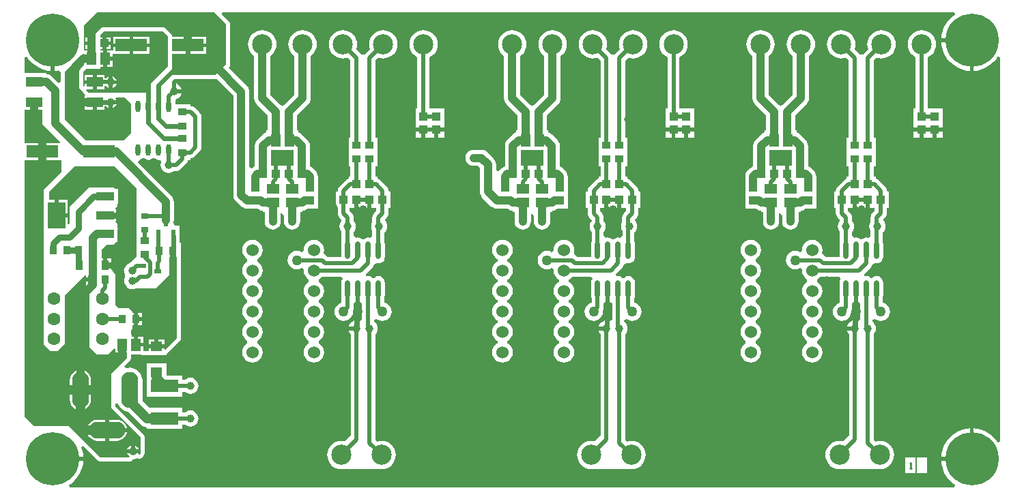
<source format=gtl>
G04*
G04 #@! TF.GenerationSoftware,Altium Limited,Altium Designer,18.0.12 (696)*
G04*
G04 Layer_Physical_Order=1*
G04 Layer_Color=255*
%FSAX43Y43*%
%MOMM*%
G71*
G01*
G75*
%ADD12C,0.200*%
%ADD14C,0.254*%
%ADD40O,0.600X2.200*%
%ADD41C,1.000*%
%ADD42R,1.000X0.900*%
%ADD43R,1.000X1.000*%
%ADD44R,1.000X1.000*%
%ADD45R,1.500X1.300*%
%ADD46R,1.300X1.500*%
%ADD47R,2.200X1.000*%
%ADD48R,2.200X3.300*%
%ADD49R,3.400X1.600*%
%ADD50R,2.000X1.200*%
%ADD51R,4.000X1.600*%
%ADD52O,0.600X1.450*%
%ADD53R,0.600X1.500*%
%ADD54R,0.900X0.800*%
%ADD55R,0.900X1.000*%
%ADD56R,0.900X0.500*%
%ADD57R,0.910X1.220*%
%ADD58R,1.400X1.200*%
%ADD59C,1.200*%
%ADD60C,1.000*%
%ADD61C,0.600*%
%ADD62C,0.500*%
%ADD63C,0.800*%
%ADD64C,0.000*%
%ADD65C,0.400*%
%ADD66C,1.524*%
%ADD67C,2.500*%
%ADD68C,1.600*%
%ADD69O,2.100X4.500*%
%ADD70O,4.500X2.100*%
%ADD71C,6.600*%
%ADD72C,1.270*%
G36*
X0004250Y0052208D02*
X0004596Y0052235D01*
X0004717Y0052264D01*
X0004837Y0052192D01*
X0004990Y0052021D01*
Y0050828D01*
X0004713Y0050713D01*
X0003913Y0051513D01*
X0003704Y0051674D01*
X0003461Y0051774D01*
X0003211Y0051807D01*
Y0051900D01*
X0000500D01*
Y0053865D01*
X0000800Y0053949D01*
X0000916Y0053760D01*
X0001305Y0053305D01*
X0001760Y0052916D01*
X0002270Y0052604D01*
X0002822Y0052375D01*
X0003404Y0052235D01*
X0003750Y0052208D01*
Y0056000D01*
X0004250D01*
Y0052208D01*
D02*
G37*
G36*
X0025500Y0058000D02*
Y0053000D01*
X0024200Y0051700D01*
X0018800Y0051700D01*
Y0051800D01*
Y0052751D01*
X0018810Y0052800D01*
Y0054072D01*
X0018800Y0054121D01*
Y0054318D01*
X0020522D01*
Y0055372D01*
Y0056426D01*
X0018800D01*
Y0056700D01*
X0018675Y0056825D01*
X0018632Y0056888D01*
X0018069Y0057452D01*
X0018006Y0057494D01*
X0017900Y0057600D01*
X0017715D01*
X0017709Y0057601D01*
X0016657D01*
X0016600Y0057609D01*
X0016543Y0057601D01*
X0010318D01*
X0010312Y0057600D01*
X0010100D01*
X0009300Y0056800D01*
Y0056380D01*
X0009102D01*
Y0055626D01*
Y0054872D01*
X0009300D01*
Y0054725D01*
X0009052D01*
Y0053721D01*
X0008802D01*
Y0053471D01*
X0007898D01*
Y0052898D01*
X0007874Y0052874D01*
X0007811Y0052831D01*
X0007448Y0052469D01*
X0007406Y0052406D01*
X0007300Y0052300D01*
Y0052115D01*
X0007299Y0052109D01*
Y0050285D01*
X0007300Y0050279D01*
Y0050000D01*
X0007769Y0049531D01*
X0007811Y0049468D01*
X0008038Y0049241D01*
X0007985Y0049114D01*
X0007957D01*
Y0048510D01*
X0009211D01*
Y0048260D01*
X0009461D01*
Y0047406D01*
X0010465D01*
Y0047811D01*
X0010592Y0047854D01*
X0010662Y0047762D01*
X0010820Y0047641D01*
X0010950Y0047587D01*
Y0048300D01*
X0011200D01*
Y0048550D01*
X0011913D01*
X0011859Y0048680D01*
X0011787Y0048773D01*
X0011850Y0048900D01*
X0012900D01*
X0013700Y0048100D01*
Y0044500D01*
X0012800Y0043600D01*
X0008100D01*
X0005500Y0046200D01*
Y0052100D01*
X0007781Y0054381D01*
X0007898Y0054332D01*
Y0053971D01*
X0008552D01*
Y0054725D01*
X0007900D01*
Y0057900D01*
X0009500Y0059500D01*
X0024000D01*
X0025500Y0058000D01*
D02*
G37*
G36*
X0018272Y0056528D02*
Y0054072D01*
X0018300D01*
Y0052800D01*
X0016200Y0050700D01*
Y0049800D01*
X0015900Y0049500D01*
X0008500Y0049500D01*
X0008171Y0049829D01*
X0008220Y0049946D01*
X0008961D01*
Y0050550D01*
X0007957D01*
Y0050339D01*
X0007830Y0050271D01*
X0007809Y0050285D01*
Y0052109D01*
X0008171Y0052471D01*
X0009952D01*
Y0052717D01*
X0010252D01*
Y0053721D01*
Y0054725D01*
X0009952D01*
Y0054872D01*
X0010202D01*
Y0055626D01*
Y0056380D01*
X0009900D01*
Y0056674D01*
X0010318Y0057091D01*
X0017709D01*
X0018272Y0056528D01*
D02*
G37*
G36*
X0033891Y0040400D02*
X0033550D01*
Y0039400D01*
X0033050D01*
Y0040400D01*
X0031950D01*
Y0039400D01*
X0031450D01*
Y0040400D01*
X0031109D01*
Y0042350D01*
X0033891D01*
Y0040400D01*
D02*
G37*
G36*
X0115949Y0059200D02*
X0115760Y0059084D01*
X0115305Y0058695D01*
X0114916Y0058240D01*
X0114604Y0057730D01*
X0114375Y0057178D01*
X0114235Y0056596D01*
X0114208Y0056250D01*
X0118000D01*
Y0056000D01*
X0118250D01*
Y0052208D01*
X0118596Y0052235D01*
X0119178Y0052375D01*
X0119730Y0052604D01*
X0120240Y0052916D01*
X0120695Y0053305D01*
X0121084Y0053760D01*
X0121200Y0053949D01*
X0121500Y0053865D01*
Y0006135D01*
X0121200Y0006051D01*
X0121084Y0006240D01*
X0120695Y0006695D01*
X0120240Y0007084D01*
X0119730Y0007396D01*
X0119178Y0007625D01*
X0118596Y0007765D01*
X0118250Y0007792D01*
Y0004000D01*
X0118000D01*
Y0003750D01*
X0114208D01*
X0114235Y0003404D01*
X0114375Y0002822D01*
X0114604Y0002270D01*
X0114916Y0001760D01*
X0115305Y0001305D01*
X0115760Y0000916D01*
X0115949Y0000800D01*
X0115865Y0000500D01*
X0006135D01*
X0006051Y0000800D01*
X0006240Y0000916D01*
X0006695Y0001305D01*
X0007084Y0001760D01*
X0007396Y0002270D01*
X0007625Y0002822D01*
X0007765Y0003404D01*
X0007792Y0003750D01*
X0004000D01*
Y0004250D01*
X0007792D01*
X0007765Y0004596D01*
X0007625Y0005178D01*
X0007518Y0005437D01*
X0007772Y0005607D01*
X0009540Y0003840D01*
X0009705Y0003729D01*
X0009900Y0003690D01*
X0013504D01*
X0013521Y0003694D01*
X0013537Y0003691D01*
X0013618Y0003713D01*
X0013699Y0003729D01*
X0013713Y0003738D01*
X0013730Y0003743D01*
X0013796Y0003793D01*
X0013865Y0003840D01*
X0013874Y0003854D01*
X0013887Y0003864D01*
X0013929Y0003936D01*
X0013938Y0003949D01*
X0013970Y0003944D01*
X0014231Y0003979D01*
X0014474Y0004080D01*
X0014525Y0004118D01*
X0014566Y0004090D01*
X0014616Y0004081D01*
X0014662Y0004061D01*
X0014712D01*
X0014761Y0004052D01*
X0014811Y0004061D01*
X0014861D01*
X0014907Y0004081D01*
X0014956Y0004090D01*
X0014998Y0004118D01*
X0015045Y0004137D01*
X0015080Y0004173D01*
X0015122Y0004201D01*
X0015260Y0004340D01*
X0015371Y0004505D01*
X0015410Y0004700D01*
Y0006700D01*
X0015371Y0006895D01*
X0015260Y0007060D01*
X0011810Y0010511D01*
Y0010865D01*
X0012110Y0010910D01*
X0012150Y0010777D01*
X0012294Y0010508D01*
X0012488Y0010272D01*
X0012724Y0010078D01*
X0012993Y0009934D01*
X0013285Y0009845D01*
X0013358Y0009838D01*
X0014931Y0008264D01*
X0015161Y0008088D01*
X0015429Y0007977D01*
X0015707Y0007941D01*
Y0007749D01*
X0020107D01*
Y0008261D01*
X0020425D01*
X0020578Y0008144D01*
X0020821Y0008043D01*
X0021082Y0008008D01*
X0021343Y0008043D01*
X0021586Y0008144D01*
X0021795Y0008304D01*
X0021955Y0008513D01*
X0022056Y0008756D01*
X0022091Y0009017D01*
X0022056Y0009278D01*
X0021955Y0009521D01*
X0021795Y0009730D01*
X0021586Y0009891D01*
X0021343Y0009991D01*
X0021082Y0010026D01*
X0020821Y0009991D01*
X0020578Y0009891D01*
X0020425Y0009773D01*
X0020107D01*
Y0010349D01*
X0015985D01*
X0015130Y0011204D01*
X0015146Y0011373D01*
Y0013773D01*
X0015117Y0014077D01*
X0015028Y0014369D01*
X0014884Y0014638D01*
X0014690Y0014874D01*
X0014454Y0015068D01*
X0014185Y0015212D01*
X0013893Y0015301D01*
X0013589Y0015330D01*
X0013285Y0015301D01*
X0013085Y0015240D01*
X0012926Y0015505D01*
X0013560Y0016140D01*
X0013671Y0016305D01*
X0013710Y0016500D01*
Y0016950D01*
X0015028D01*
X0015059Y0016929D01*
X0015254Y0016890D01*
X0015691D01*
Y0016883D01*
X0018091D01*
Y0017078D01*
X0018157Y0017091D01*
X0018323Y0017202D01*
X0019760Y0018640D01*
X0019871Y0018805D01*
X0019910Y0019000D01*
Y0029085D01*
X0019887Y0029200D01*
Y0030839D01*
X0019783D01*
Y0031744D01*
X0019776Y0031796D01*
Y0032994D01*
X0019147D01*
X0019145Y0032995D01*
X0018963Y0033294D01*
X0019000Y0033383D01*
X0019035Y0033644D01*
Y0034411D01*
Y0035974D01*
X0019000Y0036235D01*
X0018899Y0036478D01*
X0018739Y0036687D01*
X0014589Y0040837D01*
X0014592Y0040879D01*
X0014709Y0041142D01*
X0014814Y0041156D01*
X0015008Y0041236D01*
X0015176Y0041364D01*
X0015304D01*
X0015472Y0041236D01*
X0015666Y0041156D01*
X0015875Y0041128D01*
X0016084Y0041156D01*
X0016278Y0041236D01*
X0016446Y0041364D01*
X0016574D01*
X0016742Y0041236D01*
X0016936Y0041156D01*
X0017145Y0041128D01*
X0017278Y0041146D01*
X0017439Y0040984D01*
X0017487Y0040886D01*
X0017441Y0040774D01*
X0017406Y0040513D01*
X0017441Y0040252D01*
X0017542Y0040009D01*
X0017702Y0039800D01*
X0017911Y0039639D01*
X0018154Y0039539D01*
X0018415Y0039504D01*
X0018676Y0039539D01*
X0018919Y0039639D01*
X0019072Y0039757D01*
X0019313D01*
X0019509Y0039782D01*
X0019691Y0039858D01*
X0019848Y0039978D01*
X0020601Y0040731D01*
X0020601Y0040731D01*
X0020721Y0040888D01*
X0020797Y0041070D01*
X0020804Y0041126D01*
X0021066D01*
Y0041320D01*
X0021076D01*
X0021272Y0041345D01*
X0021454Y0041421D01*
X0021611Y0041541D01*
X0022235Y0042165D01*
X0022235Y0042165D01*
X0022355Y0042322D01*
X0022431Y0042504D01*
X0022456Y0042700D01*
Y0046500D01*
X0022431Y0046696D01*
X0022355Y0046878D01*
X0022235Y0047035D01*
X0021657Y0047613D01*
X0021500Y0047733D01*
X0021318Y0047809D01*
X0021122Y0047834D01*
X0021066D01*
Y0048028D01*
X0019222D01*
Y0048235D01*
X0019205Y0048366D01*
X0019311Y0048683D01*
X0019554Y0048784D01*
X0019763Y0048944D01*
X0019924Y0049153D01*
X0020024Y0049396D01*
X0020026Y0049407D01*
X0019050D01*
Y0049657D01*
X0018800D01*
Y0050877D01*
X0018773Y0050932D01*
X0019031Y0051190D01*
X0024200Y0051190D01*
X0024353Y0051221D01*
X0026391Y0049182D01*
Y0036800D01*
X0026426Y0036539D01*
X0026527Y0036296D01*
X0026687Y0036087D01*
X0027387Y0035387D01*
X0027596Y0035227D01*
X0027839Y0035126D01*
X0028100Y0035091D01*
X0029100D01*
X0029100Y0035091D01*
X0029396D01*
X0029546Y0034977D01*
X0029789Y0034876D01*
X0030050Y0034841D01*
Y0034700D01*
X0030291D01*
Y0033500D01*
X0030326Y0033239D01*
X0030427Y0032996D01*
X0030587Y0032787D01*
X0030796Y0032627D01*
X0031039Y0032526D01*
X0031300Y0032491D01*
X0031561Y0032526D01*
X0031804Y0032627D01*
X0032013Y0032787D01*
X0032174Y0032996D01*
X0032274Y0033239D01*
X0032309Y0033500D01*
Y0034455D01*
X0032314Y0034460D01*
X0032403Y0034483D01*
X0032691Y0034262D01*
Y0033500D01*
X0032726Y0033239D01*
X0032827Y0032996D01*
X0032987Y0032787D01*
X0033196Y0032626D01*
X0033439Y0032526D01*
X0033700Y0032491D01*
X0033961Y0032526D01*
X0034204Y0032626D01*
X0034413Y0032787D01*
X0034574Y0032996D01*
X0034674Y0033239D01*
X0034709Y0033500D01*
Y0034700D01*
X0034950D01*
Y0034841D01*
X0035211Y0034876D01*
X0035454Y0034977D01*
X0035604Y0035091D01*
X0035900D01*
X0035966Y0035100D01*
X0036900D01*
Y0036034D01*
X0036909Y0036100D01*
X0036900Y0036166D01*
Y0036700D01*
Y0037634D01*
X0036909Y0037700D01*
Y0039100D01*
X0036874Y0039361D01*
X0036773Y0039604D01*
X0036613Y0039813D01*
X0036313Y0040113D01*
X0036104Y0040273D01*
X0035909Y0040355D01*
Y0042900D01*
X0035874Y0043161D01*
X0035773Y0043404D01*
X0035613Y0043613D01*
X0034913Y0044313D01*
X0034704Y0044473D01*
X0034500Y0044558D01*
Y0044850D01*
X0034309D01*
Y0045500D01*
Y0046682D01*
X0035713Y0048087D01*
X0035874Y0048296D01*
X0035974Y0048539D01*
X0036009Y0048800D01*
Y0054064D01*
X0036243Y0054257D01*
X0036462Y0054523D01*
X0036625Y0054827D01*
X0036725Y0055157D01*
X0036758Y0055500D01*
X0036725Y0055843D01*
X0036625Y0056173D01*
X0036462Y0056477D01*
X0036243Y0056743D01*
X0035977Y0056962D01*
X0035673Y0057125D01*
X0035343Y0057225D01*
X0035000Y0057258D01*
X0034657Y0057225D01*
X0034327Y0057125D01*
X0034023Y0056962D01*
X0033757Y0056743D01*
X0033538Y0056477D01*
X0033375Y0056173D01*
X0033275Y0055843D01*
X0033242Y0055500D01*
X0033275Y0055157D01*
X0033375Y0054827D01*
X0033538Y0054523D01*
X0033757Y0054257D01*
X0033991Y0054064D01*
Y0049218D01*
X0032703Y0047929D01*
X0032500Y0047848D01*
X0032297Y0047929D01*
X0031009Y0049218D01*
Y0054064D01*
X0031243Y0054257D01*
X0031462Y0054523D01*
X0031625Y0054827D01*
X0031725Y0055157D01*
X0031758Y0055500D01*
X0031725Y0055843D01*
X0031625Y0056173D01*
X0031462Y0056477D01*
X0031243Y0056743D01*
X0030977Y0056962D01*
X0030673Y0057125D01*
X0030343Y0057225D01*
X0030000Y0057258D01*
X0029657Y0057225D01*
X0029327Y0057125D01*
X0029023Y0056962D01*
X0028757Y0056743D01*
X0028538Y0056477D01*
X0028375Y0056173D01*
X0028275Y0055843D01*
X0028242Y0055500D01*
X0028275Y0055157D01*
X0028375Y0054827D01*
X0028538Y0054523D01*
X0028757Y0054257D01*
X0028991Y0054064D01*
Y0048800D01*
X0029026Y0048539D01*
X0029127Y0048296D01*
X0029287Y0048087D01*
X0030691Y0046682D01*
Y0045500D01*
Y0044850D01*
X0030500D01*
Y0044558D01*
X0030296Y0044473D01*
X0030087Y0044313D01*
X0029387Y0043613D01*
X0029227Y0043404D01*
X0029126Y0043161D01*
X0029091Y0042900D01*
Y0041100D01*
X0029091Y0041100D01*
X0029091Y0041100D01*
Y0040355D01*
X0028896Y0040273D01*
X0028709Y0040130D01*
X0028589Y0040152D01*
X0028409Y0040227D01*
Y0049600D01*
X0028374Y0049861D01*
X0028274Y0050104D01*
X0028113Y0050313D01*
X0025824Y0052603D01*
X0025860Y0052640D01*
X0025971Y0052805D01*
X0026010Y0053000D01*
Y0058000D01*
X0025971Y0058195D01*
X0025860Y0058360D01*
X0024998Y0059223D01*
X0025113Y0059500D01*
X0115865D01*
X0115949Y0059200D01*
D02*
G37*
G36*
X0014400Y0037600D02*
Y0029100D01*
X0013680Y0028380D01*
X0013639Y0028374D01*
X0013396Y0028274D01*
X0013187Y0028113D01*
X0013026Y0027904D01*
X0012926Y0027661D01*
X0012905Y0027500D01*
X0012808D01*
X0012892Y0027405D01*
X0012891Y0027400D01*
X0012926Y0027139D01*
X0013000Y0026960D01*
Y0026540D01*
X0012926Y0026361D01*
X0012891Y0026100D01*
X0012926Y0025839D01*
X0013026Y0025596D01*
X0013187Y0025387D01*
X0013396Y0025227D01*
X0013639Y0025126D01*
X0013900Y0025091D01*
X0014161Y0025126D01*
X0014340Y0025200D01*
X0016800D01*
X0018500Y0026900D01*
Y0029085D01*
X0018687D01*
Y0029839D01*
X0019187D01*
Y0029085D01*
X0019400D01*
Y0019000D01*
X0017962Y0017562D01*
X0017845Y0017611D01*
Y0017733D01*
X0016891D01*
X0015937D01*
Y0017400D01*
X0015254D01*
Y0017950D01*
X0014350D01*
Y0018200D01*
X0014100D01*
Y0019204D01*
X0013800D01*
Y0019450D01*
X0013700D01*
Y0020000D01*
X0013800Y0020100D01*
X0013900D01*
Y0020646D01*
X0014100D01*
Y0021400D01*
Y0022154D01*
X0013900D01*
Y0022300D01*
X0013500Y0022700D01*
X0012200Y0022700D01*
X0011800Y0023100D01*
Y0026900D01*
X0011500Y0027227D01*
Y0027300D01*
X0011439D01*
X0011370Y0027389D01*
X0011420Y0027500D01*
X0011250D01*
Y0027811D01*
X0010541D01*
Y0028061D01*
X0010291D01*
Y0028925D01*
X0010100D01*
Y0030000D01*
X0010700Y0030600D01*
X0011500D01*
X0011884Y0030984D01*
X0012109D01*
Y0032984D01*
X0012000D01*
Y0033200D01*
X0011787Y0033413D01*
X0011836Y0033530D01*
X0011863D01*
Y0034034D01*
X0010509D01*
Y0034534D01*
X0011863D01*
Y0035038D01*
X0011804D01*
X0011755Y0035155D01*
X0012000Y0035400D01*
Y0035584D01*
X0012109D01*
Y0037584D01*
X0011716D01*
X0011600Y0037700D01*
X0008500Y0037700D01*
X0006100Y0035300D01*
Y0033300D01*
X0005980Y0033180D01*
X0005863Y0033229D01*
Y0034034D01*
X0004509D01*
Y0034284D01*
X0004259D01*
Y0036188D01*
X0003600D01*
Y0037200D01*
X0006700Y0040300D01*
X0011700D01*
X0014400Y0037600D01*
D02*
G37*
G36*
X0001961Y0047406D02*
X0002700D01*
Y0045600D01*
X0004955Y0043345D01*
X0004902Y0043218D01*
X0002973D01*
Y0042164D01*
Y0041110D01*
X0004977D01*
Y0041110D01*
X0005100Y0041100D01*
Y0039700D01*
X0002900Y0037500D01*
X0002900Y0034500D01*
X0002900Y0024700D01*
Y0023985D01*
X0002889Y0023900D01*
X0002900Y0023815D01*
X0002900Y0021485D01*
X0002889Y0021400D01*
X0002900Y0021315D01*
X0002900Y0018985D01*
X0002889Y0018900D01*
X0002900Y0018815D01*
Y0018200D01*
X0003700Y0017400D01*
X0004600D01*
X0005500Y0018300D01*
Y0018815D01*
X0005511Y0018900D01*
X0005500Y0018985D01*
X0005500Y0021315D01*
X0005511Y0021400D01*
X0005500Y0021485D01*
Y0023815D01*
X0005511Y0023900D01*
X0005500Y0023985D01*
Y0024300D01*
X0008019Y0026819D01*
X0008146Y0026777D01*
Y0026550D01*
X0008850D01*
Y0026300D01*
X0009100D01*
Y0025546D01*
X0009377D01*
X0009419Y0025419D01*
X0008600Y0024600D01*
X0008600Y0017900D01*
X0009500Y0017000D01*
X0010900Y0017000D01*
X0011629Y0017729D01*
X0011746Y0017680D01*
Y0017196D01*
X0012400D01*
Y0018200D01*
X0012900D01*
Y0017196D01*
X0013200D01*
Y0016500D01*
X0011300Y0014600D01*
Y0010300D01*
X0014900Y0006700D01*
Y0004700D01*
X0014761Y0004561D01*
X0014654Y0004633D01*
X0014683Y0004703D01*
X0013257D01*
X0013311Y0004573D01*
X0013432Y0004415D01*
X0013547Y0004327D01*
X0013504Y0004200D01*
X0009900D01*
X0006000Y0008100D01*
X0001700D01*
X0000500Y0009300D01*
X0000500Y0041110D01*
X0002473D01*
Y0042164D01*
Y0043218D01*
X0000500D01*
Y0047406D01*
X0001461D01*
Y0048260D01*
X0001961D01*
Y0047406D01*
D02*
G37*
%LPC*%
G36*
X0008602Y0056380D02*
X0008098D01*
Y0055876D01*
X0008602D01*
Y0056380D01*
D02*
G37*
G36*
X0023026Y0056426D02*
X0021022D01*
Y0055622D01*
X0023026D01*
Y0056426D01*
D02*
G37*
G36*
X0008602Y0055376D02*
X0008098D01*
Y0054872D01*
X0008602D01*
Y0055376D01*
D02*
G37*
G36*
X0023026Y0055122D02*
X0021022D01*
Y0054318D01*
X0023026D01*
Y0055122D01*
D02*
G37*
G36*
X0011913Y0048050D02*
X0011450D01*
Y0047587D01*
X0011580Y0047641D01*
X0011738Y0047762D01*
X0011859Y0047920D01*
X0011913Y0048050D01*
D02*
G37*
G36*
X0008961Y0048010D02*
X0007957D01*
Y0047406D01*
X0008961D01*
Y0048010D01*
D02*
G37*
G36*
X0011206Y0056380D02*
X0010702D01*
Y0055876D01*
X0011206D01*
Y0056380D01*
D02*
G37*
G36*
X0016026Y0056426D02*
X0014022D01*
Y0055622D01*
X0016026D01*
Y0056426D01*
D02*
G37*
G36*
X0013522D02*
X0011518D01*
Y0055622D01*
X0013522D01*
Y0056426D01*
D02*
G37*
G36*
X0011206Y0055376D02*
X0010702D01*
Y0054872D01*
X0011206D01*
Y0055376D01*
D02*
G37*
G36*
X0016026Y0055122D02*
X0014022D01*
Y0054318D01*
X0016026D01*
Y0055122D01*
D02*
G37*
G36*
X0013522D02*
X0011518D01*
Y0054761D01*
X0011406Y0054725D01*
X0011391Y0054725D01*
X0010752D01*
Y0053971D01*
X0011406D01*
Y0054282D01*
X0011518Y0054318D01*
X0011533Y0054318D01*
X0013522D01*
Y0055122D01*
D02*
G37*
G36*
X0011406Y0053471D02*
X0010752D01*
Y0052717D01*
X0011406D01*
Y0053471D01*
D02*
G37*
G36*
X0011450Y0051513D02*
Y0051050D01*
X0011913D01*
X0011859Y0051180D01*
X0011738Y0051338D01*
X0011580Y0051459D01*
X0011450Y0051513D01*
D02*
G37*
G36*
X0008961Y0051654D02*
X0007957D01*
Y0051050D01*
X0008961D01*
Y0051654D01*
D02*
G37*
G36*
X0011913Y0050550D02*
X0011450D01*
Y0050087D01*
X0011580Y0050141D01*
X0011738Y0050262D01*
X0011859Y0050420D01*
X0011913Y0050550D01*
D02*
G37*
G36*
X0010465Y0051654D02*
X0009461D01*
Y0050800D01*
Y0049946D01*
X0010465D01*
Y0050311D01*
X0010592Y0050354D01*
X0010662Y0050262D01*
X0010820Y0050141D01*
X0010950Y0050087D01*
Y0050800D01*
Y0051513D01*
X0010820Y0051459D01*
X0010662Y0051338D01*
X0010592Y0051246D01*
X0010465Y0051289D01*
Y0051654D01*
D02*
G37*
G36*
X0106800Y0057258D02*
X0106457Y0057225D01*
X0106127Y0057125D01*
X0105823Y0056962D01*
X0105557Y0056743D01*
X0105338Y0056477D01*
X0105175Y0056173D01*
X0105075Y0055843D01*
X0105042Y0055500D01*
X0105075Y0055157D01*
X0105148Y0054918D01*
X0104565Y0054335D01*
X0104468Y0054208D01*
X0104300Y0054190D01*
X0104132Y0054208D01*
X0104035Y0054335D01*
X0104035Y0054335D01*
X0103452Y0054918D01*
X0103525Y0055157D01*
X0103558Y0055500D01*
X0103525Y0055843D01*
X0103425Y0056173D01*
X0103262Y0056477D01*
X0103043Y0056743D01*
X0102777Y0056962D01*
X0102473Y0057125D01*
X0102143Y0057225D01*
X0101800Y0057258D01*
X0101457Y0057225D01*
X0101127Y0057125D01*
X0100823Y0056962D01*
X0100557Y0056743D01*
X0100338Y0056477D01*
X0100175Y0056173D01*
X0100075Y0055843D01*
X0100042Y0055500D01*
X0100075Y0055157D01*
X0100175Y0054827D01*
X0100338Y0054523D01*
X0100557Y0054257D01*
X0100823Y0054038D01*
X0101127Y0053875D01*
X0101457Y0053775D01*
X0101800Y0053742D01*
X0102143Y0053775D01*
X0102382Y0053848D01*
X0102744Y0053487D01*
Y0043900D01*
X0102500D01*
Y0042000D01*
Y0040300D01*
X0102744D01*
Y0039100D01*
X0102500D01*
Y0038829D01*
X0102322Y0038755D01*
X0102165Y0038635D01*
X0102165Y0038635D01*
X0101365Y0037835D01*
X0101245Y0037678D01*
X0101169Y0037496D01*
X0101144Y0037300D01*
Y0037200D01*
X0100900D01*
Y0035200D01*
X0101144D01*
Y0034500D01*
X0101169Y0034304D01*
X0101245Y0034122D01*
X0101365Y0033965D01*
X0101644Y0033687D01*
Y0033557D01*
X0101527Y0033404D01*
X0101426Y0033161D01*
X0101391Y0032900D01*
X0101426Y0032639D01*
X0101527Y0032396D01*
X0101639Y0032250D01*
Y0030964D01*
X0101616Y0030909D01*
X0101588Y0030700D01*
Y0029100D01*
X0101550Y0029056D01*
X0099913D01*
X0099735Y0029235D01*
X0099578Y0029355D01*
X0099440Y0029621D01*
X0099483Y0029950D01*
X0099440Y0030279D01*
X0099312Y0030586D01*
X0099110Y0030850D01*
X0098846Y0031052D01*
X0098539Y0031180D01*
X0098210Y0031223D01*
X0097881Y0031180D01*
X0097574Y0031052D01*
X0097310Y0030850D01*
X0097108Y0030586D01*
X0096980Y0030279D01*
X0096937Y0029950D01*
X0096949Y0029857D01*
X0096672Y0029691D01*
X0096396Y0029806D01*
X0096100Y0029845D01*
X0095804Y0029806D01*
X0095528Y0029691D01*
X0095291Y0029509D01*
X0095109Y0029272D01*
X0094994Y0028996D01*
X0094955Y0028700D01*
X0094994Y0028404D01*
X0095109Y0028128D01*
X0095291Y0027891D01*
X0095528Y0027709D01*
X0095804Y0027594D01*
X0096100Y0027555D01*
X0096396Y0027594D01*
X0096672Y0027709D01*
X0096674Y0027710D01*
X0096955Y0027547D01*
X0096937Y0027410D01*
X0096980Y0027081D01*
X0097108Y0026774D01*
X0097310Y0026510D01*
X0097574Y0026308D01*
X0097586Y0026302D01*
Y0025978D01*
X0097574Y0025972D01*
X0097310Y0025770D01*
X0097108Y0025506D01*
X0096980Y0025199D01*
X0096937Y0024870D01*
X0096980Y0024541D01*
X0097108Y0024234D01*
X0097310Y0023970D01*
X0097574Y0023768D01*
X0097586Y0023762D01*
Y0023438D01*
X0097574Y0023432D01*
X0097310Y0023230D01*
X0097108Y0022966D01*
X0096980Y0022659D01*
X0096937Y0022330D01*
X0096980Y0022001D01*
X0097108Y0021694D01*
X0097310Y0021430D01*
X0097574Y0021228D01*
X0097586Y0021222D01*
Y0020898D01*
X0097574Y0020892D01*
X0097310Y0020690D01*
X0097108Y0020426D01*
X0096980Y0020119D01*
X0096937Y0019790D01*
X0096980Y0019461D01*
X0097108Y0019154D01*
X0097310Y0018890D01*
X0097574Y0018688D01*
X0097586Y0018682D01*
Y0018358D01*
X0097574Y0018352D01*
X0097310Y0018150D01*
X0097108Y0017886D01*
X0096980Y0017579D01*
X0096937Y0017250D01*
X0096980Y0016921D01*
X0097108Y0016614D01*
X0097310Y0016350D01*
X0097574Y0016148D01*
X0097881Y0016020D01*
X0098210Y0015977D01*
X0098539Y0016020D01*
X0098846Y0016148D01*
X0099110Y0016350D01*
X0099312Y0016614D01*
X0099440Y0016921D01*
X0099483Y0017250D01*
X0099440Y0017579D01*
X0099312Y0017886D01*
X0099110Y0018150D01*
X0098846Y0018352D01*
X0098834Y0018358D01*
Y0018682D01*
X0098846Y0018688D01*
X0099110Y0018890D01*
X0099312Y0019154D01*
X0099440Y0019461D01*
X0099483Y0019790D01*
X0099440Y0020119D01*
X0099312Y0020426D01*
X0099110Y0020690D01*
X0098846Y0020892D01*
X0098834Y0020898D01*
Y0021222D01*
X0098846Y0021228D01*
X0099110Y0021430D01*
X0099312Y0021694D01*
X0099440Y0022001D01*
X0099483Y0022330D01*
X0099440Y0022659D01*
X0099312Y0022966D01*
X0099110Y0023230D01*
X0098846Y0023432D01*
X0098834Y0023438D01*
Y0023762D01*
X0098846Y0023768D01*
X0099110Y0023970D01*
X0099312Y0024234D01*
X0099440Y0024541D01*
X0099483Y0024870D01*
X0099440Y0025199D01*
X0099312Y0025506D01*
X0099110Y0025770D01*
X0098846Y0025972D01*
X0098834Y0025978D01*
Y0026302D01*
X0098846Y0026308D01*
X0099110Y0026510D01*
X0099220Y0026654D01*
X0101587D01*
X0101735Y0026354D01*
X0101696Y0026303D01*
X0101616Y0026109D01*
X0101588Y0025900D01*
Y0024300D01*
X0101616Y0024091D01*
X0101639Y0024036D01*
Y0023410D01*
X0101604Y0023406D01*
X0101328Y0023291D01*
X0101091Y0023109D01*
X0100909Y0022872D01*
X0100794Y0022596D01*
X0100755Y0022300D01*
X0100794Y0022004D01*
X0100909Y0021728D01*
X0101091Y0021491D01*
X0101328Y0021309D01*
X0101604Y0021194D01*
X0101900Y0021155D01*
X0102196Y0021194D01*
X0102472Y0021309D01*
X0102709Y0021491D01*
X0102891Y0021728D01*
X0103006Y0022004D01*
X0103045Y0022300D01*
X0103032Y0022394D01*
X0103050Y0022417D01*
X0103126Y0022599D01*
X0103151Y0022795D01*
X0103151Y0022795D01*
Y0023322D01*
X0103415Y0023498D01*
Y0025100D01*
X0103915D01*
Y0023498D01*
X0104179Y0023322D01*
Y0021291D01*
X0103879Y0021126D01*
X0103761Y0021174D01*
X0103750Y0021176D01*
Y0020200D01*
X0103500D01*
Y0019950D01*
X0102524D01*
X0102526Y0019939D01*
X0102627Y0019696D01*
X0102787Y0019487D01*
X0102800Y0019477D01*
Y0007010D01*
X0101998Y0006208D01*
X0101943Y0006225D01*
X0101600Y0006258D01*
X0101257Y0006225D01*
X0100927Y0006125D01*
X0100623Y0005962D01*
X0100357Y0005743D01*
X0100138Y0005477D01*
X0099975Y0005173D01*
X0099875Y0004843D01*
X0099842Y0004500D01*
X0099875Y0004157D01*
X0099975Y0003827D01*
X0100138Y0003523D01*
X0100357Y0003257D01*
X0100623Y0003038D01*
X0100927Y0002875D01*
X0101257Y0002775D01*
X0101600Y0002742D01*
X0101604Y0002742D01*
X0106338D01*
X0106597Y0002742D01*
X0106600Y0002742D01*
X0106638Y0002742D01*
Y0002745D01*
X0106943Y0002775D01*
X0107273Y0002875D01*
X0107577Y0003038D01*
X0107843Y0003257D01*
X0108062Y0003523D01*
X0108225Y0003827D01*
X0108325Y0004157D01*
X0108358Y0004500D01*
X0108325Y0004843D01*
X0108225Y0005173D01*
X0108062Y0005477D01*
X0107843Y0005743D01*
X0107577Y0005962D01*
X0107273Y0006125D01*
X0106943Y0006225D01*
X0106600Y0006258D01*
X0106257Y0006225D01*
X0106100Y0006177D01*
X0105856Y0006378D01*
Y0019543D01*
X0105974Y0019696D01*
X0106074Y0019939D01*
X0106109Y0020200D01*
X0106074Y0020461D01*
X0105974Y0020704D01*
X0105813Y0020913D01*
X0105695Y0021004D01*
X0105709Y0021289D01*
X0105991Y0021413D01*
X0106128Y0021309D01*
X0106404Y0021194D01*
X0106700Y0021155D01*
X0106996Y0021194D01*
X0107272Y0021309D01*
X0107509Y0021491D01*
X0107691Y0021728D01*
X0107806Y0022004D01*
X0107845Y0022300D01*
X0107806Y0022596D01*
X0107691Y0022872D01*
X0107509Y0023109D01*
X0107272Y0023291D01*
X0106996Y0023406D01*
X0106961Y0023410D01*
Y0024036D01*
X0106984Y0024091D01*
X0107012Y0024300D01*
Y0025900D01*
X0106984Y0026109D01*
X0106904Y0026303D01*
X0106776Y0026471D01*
X0106608Y0026599D01*
X0106414Y0026679D01*
X0106205Y0026707D01*
X0105996Y0026679D01*
X0105802Y0026599D01*
X0105634Y0026471D01*
X0105506D01*
X0105338Y0026599D01*
X0105144Y0026679D01*
X0104935Y0026707D01*
X0104781Y0026687D01*
X0104677Y0026815D01*
X0104626Y0026957D01*
X0105470Y0027800D01*
X0105590Y0027957D01*
X0105666Y0028139D01*
X0105666Y0028144D01*
X0105977Y0028325D01*
X0105987Y0028324D01*
X0105996Y0028321D01*
X0106205Y0028293D01*
X0106414Y0028321D01*
X0106608Y0028401D01*
X0106776Y0028529D01*
X0106904Y0028697D01*
X0106984Y0028891D01*
X0107012Y0029100D01*
Y0030700D01*
X0106984Y0030909D01*
X0106961Y0030964D01*
Y0032147D01*
X0107013Y0032187D01*
X0107174Y0032396D01*
X0107274Y0032639D01*
X0107309Y0032900D01*
X0107274Y0033161D01*
X0107174Y0033404D01*
X0107013Y0033613D01*
X0107154Y0033884D01*
X0107235Y0033965D01*
X0107355Y0034122D01*
X0107431Y0034304D01*
X0107444Y0034402D01*
X0107456Y0034500D01*
X0107456Y0034500D01*
Y0035200D01*
X0107700D01*
Y0037200D01*
X0107456Y0037300D01*
X0107431Y0037496D01*
X0107355Y0037678D01*
X0107235Y0037835D01*
X0107235Y0037835D01*
X0106435Y0038635D01*
X0106278Y0038755D01*
X0106100Y0038829D01*
Y0039100D01*
X0105856D01*
Y0040300D01*
X0106100D01*
Y0042000D01*
Y0043900D01*
X0105856D01*
Y0053487D01*
X0106218Y0053848D01*
X0106457Y0053775D01*
X0106800Y0053742D01*
X0107143Y0053775D01*
X0107473Y0053875D01*
X0107777Y0054038D01*
X0108043Y0054257D01*
X0108262Y0054523D01*
X0108425Y0054827D01*
X0108525Y0055157D01*
X0108558Y0055500D01*
X0108525Y0055843D01*
X0108425Y0056173D01*
X0108262Y0056477D01*
X0108043Y0056743D01*
X0107777Y0056962D01*
X0107473Y0057125D01*
X0107143Y0057225D01*
X0106800Y0057258D01*
D02*
G37*
G36*
X0076000D02*
X0075657Y0057225D01*
X0075327Y0057125D01*
X0075023Y0056962D01*
X0074757Y0056743D01*
X0074538Y0056477D01*
X0074375Y0056173D01*
X0074275Y0055843D01*
X0074242Y0055500D01*
X0074275Y0055157D01*
X0074348Y0054918D01*
X0073765Y0054335D01*
X0073668Y0054208D01*
X0073454Y0054185D01*
X0073404Y0054187D01*
X0073332Y0054208D01*
X0073235Y0054335D01*
X0073235Y0054335D01*
X0072652Y0054918D01*
X0072725Y0055157D01*
X0072758Y0055500D01*
X0072725Y0055843D01*
X0072625Y0056173D01*
X0072462Y0056477D01*
X0072243Y0056743D01*
X0071977Y0056962D01*
X0071673Y0057125D01*
X0071343Y0057225D01*
X0071000Y0057258D01*
X0070657Y0057225D01*
X0070327Y0057125D01*
X0070023Y0056962D01*
X0069757Y0056743D01*
X0069538Y0056477D01*
X0069375Y0056173D01*
X0069275Y0055843D01*
X0069242Y0055500D01*
X0069275Y0055157D01*
X0069375Y0054827D01*
X0069538Y0054523D01*
X0069757Y0054257D01*
X0070023Y0054038D01*
X0070327Y0053875D01*
X0070657Y0053775D01*
X0071000Y0053742D01*
X0071343Y0053775D01*
X0071582Y0053848D01*
X0071944Y0053487D01*
Y0043900D01*
X0071700D01*
Y0042000D01*
Y0040300D01*
X0071944D01*
Y0039100D01*
X0071700D01*
Y0038829D01*
X0071522Y0038755D01*
X0071365Y0038635D01*
X0071365Y0038635D01*
X0070565Y0037835D01*
X0070445Y0037678D01*
X0070369Y0037496D01*
X0070344Y0037300D01*
Y0037200D01*
X0070100D01*
Y0035200D01*
X0070344D01*
Y0034500D01*
X0070369Y0034304D01*
X0070445Y0034122D01*
X0070565Y0033965D01*
X0070844Y0033687D01*
Y0033557D01*
X0070727Y0033404D01*
X0070626Y0033161D01*
X0070591Y0032900D01*
X0070626Y0032639D01*
X0070727Y0032396D01*
X0070839Y0032250D01*
Y0030964D01*
X0070816Y0030909D01*
X0070788Y0030700D01*
Y0029100D01*
X0070750Y0029056D01*
X0069113D01*
X0068935Y0029235D01*
X0068778Y0029355D01*
X0068640Y0029621D01*
X0068683Y0029950D01*
X0068640Y0030279D01*
X0068512Y0030586D01*
X0068310Y0030850D01*
X0068046Y0031052D01*
X0067739Y0031180D01*
X0067410Y0031223D01*
X0067081Y0031180D01*
X0066774Y0031052D01*
X0066510Y0030850D01*
X0066308Y0030586D01*
X0066180Y0030279D01*
X0066137Y0029950D01*
X0066149Y0029857D01*
X0065872Y0029691D01*
X0065596Y0029806D01*
X0065300Y0029845D01*
X0065004Y0029806D01*
X0064728Y0029691D01*
X0064491Y0029509D01*
X0064309Y0029272D01*
X0064194Y0028996D01*
X0064155Y0028700D01*
X0064194Y0028404D01*
X0064309Y0028128D01*
X0064491Y0027891D01*
X0064728Y0027709D01*
X0065004Y0027594D01*
X0065300Y0027555D01*
X0065596Y0027594D01*
X0065872Y0027709D01*
X0065874Y0027710D01*
X0066155Y0027547D01*
X0066137Y0027410D01*
X0066180Y0027081D01*
X0066308Y0026774D01*
X0066510Y0026510D01*
X0066774Y0026308D01*
X0066786Y0026302D01*
Y0025978D01*
X0066774Y0025972D01*
X0066510Y0025770D01*
X0066308Y0025506D01*
X0066180Y0025199D01*
X0066137Y0024870D01*
X0066180Y0024541D01*
X0066308Y0024234D01*
X0066510Y0023970D01*
X0066774Y0023768D01*
X0066786Y0023762D01*
Y0023438D01*
X0066774Y0023432D01*
X0066510Y0023230D01*
X0066308Y0022966D01*
X0066180Y0022659D01*
X0066137Y0022330D01*
X0066180Y0022001D01*
X0066308Y0021694D01*
X0066510Y0021430D01*
X0066774Y0021228D01*
X0066786Y0021222D01*
Y0020898D01*
X0066774Y0020892D01*
X0066510Y0020690D01*
X0066308Y0020426D01*
X0066180Y0020119D01*
X0066137Y0019790D01*
X0066180Y0019461D01*
X0066308Y0019154D01*
X0066510Y0018890D01*
X0066774Y0018688D01*
X0066786Y0018682D01*
Y0018358D01*
X0066774Y0018352D01*
X0066510Y0018150D01*
X0066308Y0017886D01*
X0066180Y0017579D01*
X0066137Y0017250D01*
X0066180Y0016921D01*
X0066308Y0016614D01*
X0066510Y0016350D01*
X0066774Y0016148D01*
X0067081Y0016020D01*
X0067410Y0015977D01*
X0067739Y0016020D01*
X0068046Y0016148D01*
X0068310Y0016350D01*
X0068512Y0016614D01*
X0068640Y0016921D01*
X0068683Y0017250D01*
X0068640Y0017579D01*
X0068512Y0017886D01*
X0068310Y0018150D01*
X0068046Y0018352D01*
X0068034Y0018358D01*
Y0018682D01*
X0068046Y0018688D01*
X0068310Y0018890D01*
X0068512Y0019154D01*
X0068640Y0019461D01*
X0068683Y0019790D01*
X0068640Y0020119D01*
X0068512Y0020426D01*
X0068310Y0020690D01*
X0068046Y0020892D01*
X0068034Y0020898D01*
Y0021222D01*
X0068046Y0021228D01*
X0068310Y0021430D01*
X0068512Y0021694D01*
X0068640Y0022001D01*
X0068683Y0022330D01*
X0068640Y0022659D01*
X0068512Y0022966D01*
X0068310Y0023230D01*
X0068046Y0023432D01*
X0068034Y0023438D01*
Y0023762D01*
X0068046Y0023768D01*
X0068310Y0023970D01*
X0068512Y0024234D01*
X0068640Y0024541D01*
X0068683Y0024870D01*
X0068640Y0025199D01*
X0068512Y0025506D01*
X0068310Y0025770D01*
X0068046Y0025972D01*
X0068034Y0025978D01*
Y0026302D01*
X0068046Y0026308D01*
X0068310Y0026510D01*
X0068420Y0026654D01*
X0070787D01*
X0070935Y0026354D01*
X0070896Y0026303D01*
X0070816Y0026109D01*
X0070788Y0025900D01*
Y0024300D01*
X0070816Y0024091D01*
X0070839Y0024036D01*
Y0023410D01*
X0070804Y0023406D01*
X0070528Y0023291D01*
X0070291Y0023109D01*
X0070109Y0022872D01*
X0069994Y0022596D01*
X0069955Y0022300D01*
X0069994Y0022004D01*
X0070109Y0021728D01*
X0070291Y0021491D01*
X0070528Y0021309D01*
X0070804Y0021194D01*
X0071100Y0021155D01*
X0071396Y0021194D01*
X0071672Y0021309D01*
X0071909Y0021491D01*
X0072091Y0021728D01*
X0072206Y0022004D01*
X0072245Y0022300D01*
X0072232Y0022394D01*
X0072250Y0022417D01*
X0072326Y0022599D01*
X0072351Y0022795D01*
X0072351Y0022795D01*
Y0023322D01*
X0072615Y0023498D01*
Y0025100D01*
X0073115D01*
Y0023498D01*
X0073379Y0023322D01*
Y0021291D01*
X0073079Y0021126D01*
X0072961Y0021174D01*
X0072950Y0021176D01*
Y0020200D01*
X0072700D01*
Y0019950D01*
X0071724D01*
X0071726Y0019939D01*
X0071826Y0019696D01*
X0071987Y0019487D01*
X0072000Y0019477D01*
Y0007010D01*
X0071198Y0006208D01*
X0071143Y0006225D01*
X0070800Y0006258D01*
X0070457Y0006225D01*
X0070127Y0006125D01*
X0069823Y0005962D01*
X0069557Y0005743D01*
X0069338Y0005477D01*
X0069175Y0005173D01*
X0069075Y0004843D01*
X0069042Y0004500D01*
X0069075Y0004157D01*
X0069175Y0003827D01*
X0069338Y0003523D01*
X0069557Y0003257D01*
X0069823Y0003038D01*
X0070127Y0002875D01*
X0070457Y0002775D01*
X0070800Y0002742D01*
X0070804Y0002742D01*
X0075538D01*
X0075797Y0002742D01*
X0075800Y0002742D01*
X0075838Y0002742D01*
Y0002745D01*
X0076143Y0002775D01*
X0076473Y0002875D01*
X0076777Y0003038D01*
X0077043Y0003257D01*
X0077262Y0003523D01*
X0077425Y0003827D01*
X0077525Y0004157D01*
X0077558Y0004500D01*
X0077525Y0004843D01*
X0077425Y0005173D01*
X0077262Y0005477D01*
X0077043Y0005743D01*
X0076777Y0005962D01*
X0076473Y0006125D01*
X0076143Y0006225D01*
X0075800Y0006258D01*
X0075457Y0006225D01*
X0075300Y0006177D01*
X0075056Y0006378D01*
Y0019543D01*
X0075174Y0019696D01*
X0075274Y0019939D01*
X0075309Y0020200D01*
X0075274Y0020461D01*
X0075174Y0020704D01*
X0075013Y0020913D01*
X0074895Y0021004D01*
X0074909Y0021289D01*
X0075191Y0021413D01*
X0075328Y0021309D01*
X0075604Y0021194D01*
X0075900Y0021155D01*
X0076196Y0021194D01*
X0076472Y0021309D01*
X0076709Y0021491D01*
X0076891Y0021728D01*
X0077006Y0022004D01*
X0077045Y0022300D01*
X0077006Y0022596D01*
X0076891Y0022872D01*
X0076709Y0023109D01*
X0076472Y0023291D01*
X0076196Y0023406D01*
X0076161Y0023410D01*
Y0024036D01*
X0076184Y0024091D01*
X0076212Y0024300D01*
Y0025900D01*
X0076184Y0026109D01*
X0076104Y0026303D01*
X0075976Y0026471D01*
X0075808Y0026599D01*
X0075614Y0026679D01*
X0075405Y0026707D01*
X0075196Y0026679D01*
X0075002Y0026599D01*
X0074834Y0026471D01*
X0074706D01*
X0074538Y0026599D01*
X0074344Y0026679D01*
X0074135Y0026707D01*
X0073981Y0026687D01*
X0073877Y0026815D01*
X0073826Y0026957D01*
X0074670Y0027800D01*
X0074790Y0027957D01*
X0074866Y0028139D01*
X0074866Y0028144D01*
X0075177Y0028325D01*
X0075187Y0028324D01*
X0075196Y0028321D01*
X0075405Y0028293D01*
X0075614Y0028321D01*
X0075808Y0028401D01*
X0075976Y0028529D01*
X0076104Y0028697D01*
X0076184Y0028891D01*
X0076212Y0029100D01*
Y0030700D01*
X0076184Y0030909D01*
X0076161Y0030964D01*
Y0032147D01*
X0076213Y0032187D01*
X0076373Y0032396D01*
X0076474Y0032639D01*
X0076509Y0032900D01*
X0076474Y0033161D01*
X0076373Y0033404D01*
X0076213Y0033613D01*
X0076354Y0033884D01*
X0076435Y0033965D01*
X0076555Y0034122D01*
X0076631Y0034304D01*
X0076656Y0034500D01*
X0076656Y0034500D01*
Y0035200D01*
X0076900D01*
Y0037200D01*
X0076656Y0037300D01*
X0076631Y0037496D01*
X0076555Y0037678D01*
X0076435Y0037835D01*
X0076435Y0037835D01*
X0075635Y0038635D01*
X0075478Y0038755D01*
X0075300Y0038829D01*
Y0039100D01*
X0075056D01*
Y0040300D01*
X0075300D01*
Y0042000D01*
Y0043900D01*
X0075056D01*
Y0053487D01*
X0075418Y0053848D01*
X0075657Y0053775D01*
X0076000Y0053742D01*
X0076343Y0053775D01*
X0076673Y0053875D01*
X0076977Y0054038D01*
X0077243Y0054257D01*
X0077462Y0054523D01*
X0077625Y0054827D01*
X0077725Y0055157D01*
X0077758Y0055500D01*
X0077725Y0055843D01*
X0077625Y0056173D01*
X0077462Y0056477D01*
X0077243Y0056743D01*
X0076977Y0056962D01*
X0076673Y0057125D01*
X0076343Y0057225D01*
X0076000Y0057258D01*
D02*
G37*
G36*
X0045000D02*
X0044657Y0057225D01*
X0044327Y0057125D01*
X0044023Y0056962D01*
X0043757Y0056743D01*
X0043538Y0056477D01*
X0043375Y0056173D01*
X0043275Y0055843D01*
X0043242Y0055500D01*
X0043275Y0055157D01*
X0043348Y0054918D01*
X0042765Y0054335D01*
X0042668Y0054208D01*
X0042454Y0054185D01*
X0042404Y0054187D01*
X0042332Y0054208D01*
X0042235Y0054335D01*
X0042235Y0054335D01*
X0041652Y0054918D01*
X0041725Y0055157D01*
X0041758Y0055500D01*
X0041725Y0055843D01*
X0041625Y0056173D01*
X0041462Y0056477D01*
X0041243Y0056743D01*
X0040977Y0056962D01*
X0040673Y0057125D01*
X0040343Y0057225D01*
X0040000Y0057258D01*
X0039657Y0057225D01*
X0039327Y0057125D01*
X0039023Y0056962D01*
X0038757Y0056743D01*
X0038538Y0056477D01*
X0038375Y0056173D01*
X0038275Y0055843D01*
X0038242Y0055500D01*
X0038275Y0055157D01*
X0038375Y0054827D01*
X0038538Y0054523D01*
X0038757Y0054257D01*
X0039023Y0054038D01*
X0039327Y0053875D01*
X0039657Y0053775D01*
X0040000Y0053742D01*
X0040343Y0053775D01*
X0040582Y0053848D01*
X0040944Y0053487D01*
Y0043900D01*
X0040700D01*
Y0042000D01*
Y0040300D01*
X0040944D01*
Y0039100D01*
X0040700D01*
Y0038829D01*
X0040522Y0038755D01*
X0040365Y0038635D01*
X0040365Y0038635D01*
X0039565Y0037835D01*
X0039445Y0037678D01*
X0039369Y0037496D01*
X0039344Y0037300D01*
Y0037200D01*
X0039100D01*
Y0035200D01*
X0039344D01*
Y0034500D01*
X0039369Y0034304D01*
X0039445Y0034122D01*
X0039565Y0033965D01*
X0039844Y0033687D01*
Y0033557D01*
X0039727Y0033404D01*
X0039626Y0033161D01*
X0039591Y0032900D01*
X0039626Y0032639D01*
X0039727Y0032396D01*
X0039839Y0032250D01*
Y0030964D01*
X0039816Y0030909D01*
X0039788Y0030700D01*
Y0029100D01*
X0039750Y0029056D01*
X0038113D01*
X0037935Y0029235D01*
X0037778Y0029355D01*
X0037640Y0029621D01*
X0037683Y0029950D01*
X0037640Y0030279D01*
X0037512Y0030586D01*
X0037310Y0030850D01*
X0037046Y0031052D01*
X0036739Y0031180D01*
X0036410Y0031223D01*
X0036081Y0031180D01*
X0035774Y0031052D01*
X0035510Y0030850D01*
X0035308Y0030586D01*
X0035180Y0030279D01*
X0035137Y0029950D01*
X0035149Y0029857D01*
X0034872Y0029691D01*
X0034596Y0029806D01*
X0034300Y0029845D01*
X0034004Y0029806D01*
X0033728Y0029691D01*
X0033491Y0029509D01*
X0033309Y0029272D01*
X0033194Y0028996D01*
X0033155Y0028700D01*
X0033194Y0028404D01*
X0033309Y0028128D01*
X0033491Y0027891D01*
X0033728Y0027709D01*
X0034004Y0027594D01*
X0034300Y0027555D01*
X0034596Y0027594D01*
X0034872Y0027709D01*
X0034874Y0027710D01*
X0035155Y0027547D01*
X0035137Y0027410D01*
X0035180Y0027081D01*
X0035308Y0026774D01*
X0035510Y0026510D01*
X0035774Y0026308D01*
X0035786Y0026302D01*
Y0025978D01*
X0035774Y0025972D01*
X0035510Y0025770D01*
X0035308Y0025506D01*
X0035180Y0025199D01*
X0035137Y0024870D01*
X0035180Y0024541D01*
X0035308Y0024234D01*
X0035510Y0023970D01*
X0035774Y0023768D01*
X0035786Y0023762D01*
Y0023438D01*
X0035774Y0023432D01*
X0035510Y0023230D01*
X0035308Y0022966D01*
X0035180Y0022659D01*
X0035137Y0022330D01*
X0035180Y0022001D01*
X0035308Y0021694D01*
X0035510Y0021430D01*
X0035774Y0021228D01*
X0035786Y0021222D01*
Y0020898D01*
X0035774Y0020892D01*
X0035510Y0020690D01*
X0035308Y0020426D01*
X0035180Y0020119D01*
X0035137Y0019790D01*
X0035180Y0019461D01*
X0035308Y0019154D01*
X0035510Y0018890D01*
X0035774Y0018688D01*
X0035786Y0018682D01*
Y0018358D01*
X0035774Y0018352D01*
X0035510Y0018150D01*
X0035308Y0017886D01*
X0035180Y0017579D01*
X0035137Y0017250D01*
X0035180Y0016921D01*
X0035308Y0016614D01*
X0035510Y0016350D01*
X0035774Y0016148D01*
X0036081Y0016020D01*
X0036410Y0015977D01*
X0036739Y0016020D01*
X0037046Y0016148D01*
X0037310Y0016350D01*
X0037512Y0016614D01*
X0037640Y0016921D01*
X0037683Y0017250D01*
X0037640Y0017579D01*
X0037512Y0017886D01*
X0037310Y0018150D01*
X0037046Y0018352D01*
X0037034Y0018358D01*
Y0018682D01*
X0037046Y0018688D01*
X0037310Y0018890D01*
X0037512Y0019154D01*
X0037640Y0019461D01*
X0037683Y0019790D01*
X0037640Y0020119D01*
X0037512Y0020426D01*
X0037310Y0020690D01*
X0037046Y0020892D01*
X0037034Y0020898D01*
Y0021222D01*
X0037046Y0021228D01*
X0037310Y0021430D01*
X0037512Y0021694D01*
X0037640Y0022001D01*
X0037683Y0022330D01*
X0037640Y0022659D01*
X0037512Y0022966D01*
X0037310Y0023230D01*
X0037046Y0023432D01*
X0037034Y0023438D01*
Y0023762D01*
X0037046Y0023768D01*
X0037310Y0023970D01*
X0037512Y0024234D01*
X0037640Y0024541D01*
X0037683Y0024870D01*
X0037640Y0025199D01*
X0037512Y0025506D01*
X0037310Y0025770D01*
X0037046Y0025972D01*
X0037034Y0025978D01*
Y0026302D01*
X0037046Y0026308D01*
X0037310Y0026510D01*
X0037420Y0026654D01*
X0039787D01*
X0039935Y0026354D01*
X0039896Y0026303D01*
X0039816Y0026109D01*
X0039788Y0025900D01*
Y0024300D01*
X0039816Y0024091D01*
X0039839Y0024036D01*
Y0023410D01*
X0039804Y0023406D01*
X0039528Y0023291D01*
X0039291Y0023109D01*
X0039109Y0022872D01*
X0038994Y0022596D01*
X0038955Y0022300D01*
X0038994Y0022004D01*
X0039109Y0021728D01*
X0039291Y0021491D01*
X0039528Y0021309D01*
X0039804Y0021194D01*
X0040100Y0021155D01*
X0040396Y0021194D01*
X0040672Y0021309D01*
X0040909Y0021491D01*
X0041091Y0021728D01*
X0041206Y0022004D01*
X0041245Y0022300D01*
X0041232Y0022394D01*
X0041250Y0022417D01*
X0041326Y0022599D01*
X0041351Y0022795D01*
X0041351Y0022795D01*
Y0023322D01*
X0041615Y0023498D01*
Y0025100D01*
X0042115D01*
Y0023498D01*
X0042379Y0023322D01*
Y0021291D01*
X0042079Y0021126D01*
X0041961Y0021174D01*
X0041950Y0021176D01*
Y0020200D01*
X0041700D01*
Y0019950D01*
X0040724D01*
X0040726Y0019939D01*
X0040826Y0019696D01*
X0040987Y0019487D01*
X0041000Y0019477D01*
Y0007010D01*
X0040198Y0006208D01*
X0040143Y0006225D01*
X0039800Y0006258D01*
X0039457Y0006225D01*
X0039127Y0006125D01*
X0038823Y0005962D01*
X0038557Y0005743D01*
X0038338Y0005477D01*
X0038175Y0005173D01*
X0038075Y0004843D01*
X0038042Y0004500D01*
X0038075Y0004157D01*
X0038175Y0003827D01*
X0038338Y0003523D01*
X0038557Y0003257D01*
X0038823Y0003038D01*
X0039127Y0002875D01*
X0039457Y0002775D01*
X0039800Y0002742D01*
X0039804Y0002742D01*
X0044538D01*
X0044797Y0002742D01*
X0044800Y0002742D01*
X0044838Y0002742D01*
Y0002745D01*
X0045143Y0002775D01*
X0045473Y0002875D01*
X0045777Y0003038D01*
X0046043Y0003257D01*
X0046262Y0003523D01*
X0046425Y0003827D01*
X0046525Y0004157D01*
X0046558Y0004500D01*
X0046525Y0004843D01*
X0046425Y0005173D01*
X0046262Y0005477D01*
X0046043Y0005743D01*
X0045777Y0005962D01*
X0045473Y0006125D01*
X0045143Y0006225D01*
X0044800Y0006258D01*
X0044457Y0006225D01*
X0044300Y0006177D01*
X0044056Y0006378D01*
Y0019543D01*
X0044174Y0019696D01*
X0044274Y0019939D01*
X0044309Y0020200D01*
X0044274Y0020461D01*
X0044174Y0020704D01*
X0044013Y0020913D01*
X0043895Y0021004D01*
X0043909Y0021289D01*
X0044191Y0021413D01*
X0044328Y0021309D01*
X0044604Y0021194D01*
X0044900Y0021155D01*
X0045196Y0021194D01*
X0045472Y0021309D01*
X0045709Y0021491D01*
X0045891Y0021728D01*
X0046006Y0022004D01*
X0046045Y0022300D01*
X0046006Y0022596D01*
X0045891Y0022872D01*
X0045709Y0023109D01*
X0045472Y0023291D01*
X0045196Y0023406D01*
X0045161Y0023410D01*
Y0024036D01*
X0045184Y0024091D01*
X0045212Y0024300D01*
Y0025900D01*
X0045184Y0026109D01*
X0045104Y0026303D01*
X0044976Y0026471D01*
X0044808Y0026599D01*
X0044614Y0026679D01*
X0044405Y0026707D01*
X0044196Y0026679D01*
X0044002Y0026599D01*
X0043834Y0026471D01*
X0043706D01*
X0043538Y0026599D01*
X0043344Y0026679D01*
X0043135Y0026707D01*
X0042981Y0026687D01*
X0042877Y0026815D01*
X0042826Y0026957D01*
X0043670Y0027800D01*
X0043790Y0027957D01*
X0043866Y0028139D01*
X0043866Y0028144D01*
X0044177Y0028325D01*
X0044187Y0028324D01*
X0044196Y0028321D01*
X0044405Y0028293D01*
X0044614Y0028321D01*
X0044808Y0028401D01*
X0044976Y0028529D01*
X0045104Y0028697D01*
X0045184Y0028891D01*
X0045212Y0029100D01*
Y0030700D01*
X0045184Y0030909D01*
X0045161Y0030964D01*
Y0032147D01*
X0045213Y0032187D01*
X0045374Y0032396D01*
X0045474Y0032639D01*
X0045509Y0032900D01*
X0045474Y0033161D01*
X0045374Y0033404D01*
X0045213Y0033613D01*
X0045354Y0033884D01*
X0045435Y0033965D01*
X0045555Y0034122D01*
X0045631Y0034304D01*
X0045656Y0034500D01*
X0045656Y0034500D01*
Y0035200D01*
X0045900D01*
Y0037200D01*
X0045656Y0037300D01*
X0045631Y0037496D01*
X0045555Y0037678D01*
X0045435Y0037835D01*
X0045435Y0037835D01*
X0044635Y0038635D01*
X0044478Y0038755D01*
X0044300Y0038829D01*
Y0039100D01*
X0044056D01*
Y0040300D01*
X0044300D01*
Y0042000D01*
Y0043900D01*
X0044056D01*
Y0053487D01*
X0044418Y0053848D01*
X0044657Y0053775D01*
X0045000Y0053742D01*
X0045343Y0053775D01*
X0045673Y0053875D01*
X0045977Y0054038D01*
X0046243Y0054257D01*
X0046462Y0054523D01*
X0046625Y0054827D01*
X0046725Y0055157D01*
X0046758Y0055500D01*
X0046725Y0055843D01*
X0046625Y0056173D01*
X0046462Y0056477D01*
X0046243Y0056743D01*
X0045977Y0056962D01*
X0045673Y0057125D01*
X0045343Y0057225D01*
X0045000Y0057258D01*
D02*
G37*
G36*
X0117750Y0055750D02*
X0114208D01*
X0114235Y0055404D01*
X0114375Y0054822D01*
X0114604Y0054270D01*
X0114916Y0053760D01*
X0115305Y0053305D01*
X0115760Y0052916D01*
X0116270Y0052604D01*
X0116822Y0052375D01*
X0117404Y0052235D01*
X0117750Y0052208D01*
Y0055750D01*
D02*
G37*
G36*
X0019300Y0050633D02*
Y0049907D01*
X0020026D01*
X0020024Y0049918D01*
X0019924Y0050161D01*
X0019763Y0050370D01*
X0019554Y0050530D01*
X0019311Y0050631D01*
X0019300Y0050633D01*
D02*
G37*
G36*
X0096800Y0057258D02*
X0096457Y0057225D01*
X0096127Y0057125D01*
X0095823Y0056962D01*
X0095557Y0056743D01*
X0095338Y0056477D01*
X0095175Y0056173D01*
X0095075Y0055843D01*
X0095042Y0055500D01*
X0095075Y0055157D01*
X0095175Y0054827D01*
X0095338Y0054523D01*
X0095557Y0054257D01*
X0095791Y0054064D01*
Y0049218D01*
X0094503Y0047929D01*
X0094300Y0047848D01*
X0094097Y0047929D01*
X0092809Y0049218D01*
Y0054064D01*
X0093043Y0054257D01*
X0093262Y0054523D01*
X0093425Y0054827D01*
X0093525Y0055157D01*
X0093558Y0055500D01*
X0093525Y0055843D01*
X0093425Y0056173D01*
X0093262Y0056477D01*
X0093043Y0056743D01*
X0092777Y0056962D01*
X0092473Y0057125D01*
X0092143Y0057225D01*
X0091800Y0057258D01*
X0091457Y0057225D01*
X0091127Y0057125D01*
X0090823Y0056962D01*
X0090557Y0056743D01*
X0090338Y0056477D01*
X0090175Y0056173D01*
X0090075Y0055843D01*
X0090042Y0055500D01*
X0090075Y0055157D01*
X0090175Y0054827D01*
X0090338Y0054523D01*
X0090557Y0054257D01*
X0090791Y0054064D01*
Y0048800D01*
X0090826Y0048539D01*
X0090927Y0048296D01*
X0091087Y0048087D01*
X0092491Y0046682D01*
Y0045500D01*
Y0044850D01*
X0092300D01*
Y0044558D01*
X0092096Y0044473D01*
X0091887Y0044313D01*
X0091187Y0043613D01*
X0091027Y0043404D01*
X0090926Y0043161D01*
X0090891Y0042900D01*
Y0041100D01*
X0090891Y0041100D01*
X0090891Y0041100D01*
Y0040355D01*
X0090696Y0040273D01*
X0090487Y0040113D01*
X0090187Y0039813D01*
X0090027Y0039604D01*
X0089926Y0039361D01*
X0089891Y0039100D01*
Y0037700D01*
X0089900Y0037634D01*
Y0036700D01*
Y0036166D01*
X0089891Y0036100D01*
X0089900Y0036034D01*
Y0035100D01*
X0090834D01*
X0090900Y0035091D01*
X0091196D01*
X0091346Y0034977D01*
X0091589Y0034876D01*
X0091850Y0034841D01*
Y0034700D01*
X0092091D01*
Y0033500D01*
X0092126Y0033239D01*
X0092227Y0032996D01*
X0092387Y0032787D01*
X0092596Y0032627D01*
X0092839Y0032526D01*
X0093100Y0032491D01*
X0093361Y0032526D01*
X0093604Y0032627D01*
X0093813Y0032787D01*
X0093974Y0032996D01*
X0094074Y0033239D01*
X0094109Y0033500D01*
Y0034455D01*
X0094114Y0034460D01*
X0094203Y0034483D01*
X0094491Y0034262D01*
Y0033500D01*
X0094526Y0033239D01*
X0094627Y0032996D01*
X0094787Y0032787D01*
X0094996Y0032626D01*
X0095239Y0032526D01*
X0095500Y0032491D01*
X0095761Y0032526D01*
X0096004Y0032626D01*
X0096213Y0032787D01*
X0096373Y0032996D01*
X0096474Y0033239D01*
X0096509Y0033500D01*
Y0034700D01*
X0096750D01*
Y0034841D01*
X0097011Y0034876D01*
X0097254Y0034977D01*
X0097404Y0035091D01*
X0097700D01*
X0097766Y0035100D01*
X0098700D01*
Y0036034D01*
X0098709Y0036100D01*
X0098700Y0036166D01*
Y0036700D01*
Y0037634D01*
X0098709Y0037700D01*
Y0039100D01*
X0098674Y0039361D01*
X0098574Y0039604D01*
X0098413Y0039813D01*
X0098113Y0040113D01*
X0097904Y0040273D01*
X0097709Y0040355D01*
Y0042900D01*
X0097674Y0043161D01*
X0097574Y0043404D01*
X0097413Y0043613D01*
X0096713Y0044313D01*
X0096504Y0044473D01*
X0096300Y0044558D01*
Y0044850D01*
X0096109D01*
Y0045500D01*
Y0046682D01*
X0097513Y0048087D01*
X0097674Y0048296D01*
X0097774Y0048539D01*
X0097809Y0048800D01*
Y0054064D01*
X0098043Y0054257D01*
X0098262Y0054523D01*
X0098425Y0054827D01*
X0098525Y0055157D01*
X0098558Y0055500D01*
X0098525Y0055843D01*
X0098425Y0056173D01*
X0098262Y0056477D01*
X0098043Y0056743D01*
X0097777Y0056962D01*
X0097473Y0057125D01*
X0097143Y0057225D01*
X0096800Y0057258D01*
D02*
G37*
G36*
X0066000D02*
X0065657Y0057225D01*
X0065327Y0057125D01*
X0065023Y0056962D01*
X0064757Y0056743D01*
X0064538Y0056477D01*
X0064375Y0056173D01*
X0064275Y0055843D01*
X0064242Y0055500D01*
X0064275Y0055157D01*
X0064375Y0054827D01*
X0064538Y0054523D01*
X0064757Y0054257D01*
X0064991Y0054064D01*
Y0049218D01*
X0063703Y0047929D01*
X0063500Y0047848D01*
X0063297Y0047929D01*
X0062009Y0049218D01*
Y0054064D01*
X0062243Y0054257D01*
X0062462Y0054523D01*
X0062625Y0054827D01*
X0062725Y0055157D01*
X0062758Y0055500D01*
X0062725Y0055843D01*
X0062625Y0056173D01*
X0062462Y0056477D01*
X0062243Y0056743D01*
X0061977Y0056962D01*
X0061673Y0057125D01*
X0061343Y0057225D01*
X0061000Y0057258D01*
X0060657Y0057225D01*
X0060327Y0057125D01*
X0060023Y0056962D01*
X0059757Y0056743D01*
X0059538Y0056477D01*
X0059375Y0056173D01*
X0059275Y0055843D01*
X0059242Y0055500D01*
X0059275Y0055157D01*
X0059375Y0054827D01*
X0059538Y0054523D01*
X0059757Y0054257D01*
X0059991Y0054064D01*
Y0048800D01*
X0060026Y0048539D01*
X0060126Y0048296D01*
X0060287Y0048087D01*
X0061691Y0046682D01*
Y0045500D01*
Y0044850D01*
X0061500D01*
Y0044558D01*
X0061296Y0044473D01*
X0061087Y0044313D01*
X0060387Y0043613D01*
X0060227Y0043404D01*
X0060126Y0043161D01*
X0060091Y0042900D01*
Y0041100D01*
X0060091Y0041100D01*
X0060091Y0041100D01*
Y0040355D01*
X0059896Y0040273D01*
X0059687Y0040113D01*
X0059387Y0039813D01*
X0059309Y0039711D01*
X0059009Y0039813D01*
Y0040600D01*
X0058974Y0040861D01*
X0058874Y0041104D01*
X0058713Y0041313D01*
X0057913Y0042113D01*
X0057704Y0042273D01*
X0057461Y0042374D01*
X0057200Y0042409D01*
X0056200D01*
X0055939Y0042374D01*
X0055696Y0042273D01*
X0055487Y0042113D01*
X0055326Y0041904D01*
X0055226Y0041661D01*
X0055191Y0041400D01*
X0055226Y0041139D01*
X0055326Y0040896D01*
X0055487Y0040687D01*
X0055696Y0040527D01*
X0055939Y0040426D01*
X0056200Y0040391D01*
X0056782D01*
X0056991Y0040182D01*
Y0037200D01*
X0057026Y0036939D01*
X0057126Y0036696D01*
X0057287Y0036487D01*
X0058387Y0035387D01*
X0058596Y0035227D01*
X0058839Y0035126D01*
X0059100Y0035091D01*
X0060100D01*
X0060100Y0035091D01*
X0060396D01*
X0060546Y0034977D01*
X0060789Y0034876D01*
X0061050Y0034841D01*
Y0034700D01*
X0061291D01*
Y0033500D01*
X0061326Y0033239D01*
X0061426Y0032996D01*
X0061587Y0032787D01*
X0061796Y0032627D01*
X0062039Y0032526D01*
X0062300Y0032491D01*
X0062561Y0032526D01*
X0062804Y0032627D01*
X0063013Y0032787D01*
X0063174Y0032996D01*
X0063274Y0033239D01*
X0063309Y0033500D01*
Y0034455D01*
X0063314Y0034460D01*
X0063403Y0034483D01*
X0063691Y0034262D01*
Y0033500D01*
X0063726Y0033239D01*
X0063826Y0032996D01*
X0063987Y0032787D01*
X0064196Y0032626D01*
X0064439Y0032526D01*
X0064700Y0032491D01*
X0064961Y0032526D01*
X0065204Y0032626D01*
X0065413Y0032787D01*
X0065574Y0032996D01*
X0065674Y0033239D01*
X0065709Y0033500D01*
Y0034700D01*
X0065950D01*
Y0034841D01*
X0066211Y0034876D01*
X0066454Y0034977D01*
X0066604Y0035091D01*
X0066900D01*
X0066966Y0035100D01*
X0067900D01*
Y0036034D01*
X0067909Y0036100D01*
X0067900Y0036166D01*
Y0036700D01*
Y0037634D01*
X0067909Y0037700D01*
Y0039100D01*
X0067874Y0039361D01*
X0067773Y0039604D01*
X0067613Y0039813D01*
X0067313Y0040113D01*
X0067104Y0040273D01*
X0066909Y0040355D01*
Y0042900D01*
X0066874Y0043161D01*
X0066773Y0043404D01*
X0066613Y0043613D01*
X0065913Y0044313D01*
X0065704Y0044473D01*
X0065500Y0044558D01*
Y0044850D01*
X0065309D01*
Y0045500D01*
Y0046682D01*
X0066713Y0048087D01*
X0066873Y0048296D01*
X0066974Y0048539D01*
X0067009Y0048800D01*
Y0054064D01*
X0067243Y0054257D01*
X0067462Y0054523D01*
X0067625Y0054827D01*
X0067725Y0055157D01*
X0067758Y0055500D01*
X0067725Y0055843D01*
X0067625Y0056173D01*
X0067462Y0056477D01*
X0067243Y0056743D01*
X0066977Y0056962D01*
X0066673Y0057125D01*
X0066343Y0057225D01*
X0066000Y0057258D01*
D02*
G37*
G36*
X0114400Y0044650D02*
X0113650D01*
Y0043900D01*
X0114400D01*
Y0044650D01*
D02*
G37*
G36*
X0083600D02*
X0082850D01*
Y0043900D01*
X0083600D01*
Y0044650D01*
D02*
G37*
G36*
X0052600D02*
X0051850D01*
Y0043900D01*
X0052600D01*
Y0044650D01*
D02*
G37*
G36*
X0111800Y0057258D02*
X0111457Y0057225D01*
X0111127Y0057125D01*
X0110823Y0056962D01*
X0110557Y0056743D01*
X0110338Y0056477D01*
X0110175Y0056173D01*
X0110075Y0055843D01*
X0110042Y0055500D01*
X0110075Y0055157D01*
X0110175Y0054827D01*
X0110338Y0054523D01*
X0110557Y0054257D01*
X0110823Y0054038D01*
X0111044Y0053920D01*
Y0047500D01*
X0110800D01*
Y0045500D01*
Y0045150D01*
X0111800D01*
Y0044900D01*
X0112050D01*
Y0043900D01*
X0112800D01*
Y0043900D01*
X0113150D01*
Y0044900D01*
X0113400D01*
Y0045150D01*
X0114400D01*
Y0045500D01*
Y0047500D01*
X0112556D01*
Y0053920D01*
X0112777Y0054038D01*
X0113043Y0054257D01*
X0113262Y0054523D01*
X0113425Y0054827D01*
X0113525Y0055157D01*
X0113558Y0055500D01*
X0113525Y0055843D01*
X0113425Y0056173D01*
X0113262Y0056477D01*
X0113043Y0056743D01*
X0112777Y0056962D01*
X0112473Y0057125D01*
X0112143Y0057225D01*
X0111800Y0057258D01*
D02*
G37*
G36*
X0111550Y0044650D02*
X0110800D01*
Y0043900D01*
X0111550D01*
Y0044650D01*
D02*
G37*
G36*
X0081000Y0057258D02*
X0080657Y0057225D01*
X0080327Y0057125D01*
X0080023Y0056962D01*
X0079757Y0056743D01*
X0079538Y0056477D01*
X0079375Y0056173D01*
X0079275Y0055843D01*
X0079242Y0055500D01*
X0079275Y0055157D01*
X0079375Y0054827D01*
X0079538Y0054523D01*
X0079757Y0054257D01*
X0080023Y0054038D01*
X0080244Y0053920D01*
Y0047500D01*
X0080000D01*
Y0045500D01*
Y0045150D01*
X0081000D01*
Y0044900D01*
X0081250D01*
Y0043900D01*
X0082000D01*
Y0043900D01*
X0082350D01*
Y0044900D01*
X0082600D01*
Y0045150D01*
X0083600D01*
Y0045500D01*
Y0047500D01*
X0081756D01*
Y0053920D01*
X0081977Y0054038D01*
X0082243Y0054257D01*
X0082462Y0054523D01*
X0082625Y0054827D01*
X0082725Y0055157D01*
X0082758Y0055500D01*
X0082725Y0055843D01*
X0082625Y0056173D01*
X0082462Y0056477D01*
X0082243Y0056743D01*
X0081977Y0056962D01*
X0081673Y0057125D01*
X0081343Y0057225D01*
X0081000Y0057258D01*
D02*
G37*
G36*
X0080750Y0044650D02*
X0080000D01*
Y0043900D01*
X0080750D01*
Y0044650D01*
D02*
G37*
G36*
X0050000Y0057258D02*
X0049657Y0057225D01*
X0049327Y0057125D01*
X0049023Y0056962D01*
X0048757Y0056743D01*
X0048538Y0056477D01*
X0048375Y0056173D01*
X0048275Y0055843D01*
X0048242Y0055500D01*
X0048275Y0055157D01*
X0048375Y0054827D01*
X0048538Y0054523D01*
X0048757Y0054257D01*
X0049023Y0054038D01*
X0049244Y0053920D01*
Y0047500D01*
X0049000D01*
Y0045500D01*
Y0045150D01*
X0050000D01*
Y0044900D01*
X0050250D01*
Y0043900D01*
X0051000D01*
Y0043900D01*
X0051350D01*
Y0044900D01*
X0051600D01*
Y0045150D01*
X0052600D01*
Y0045500D01*
Y0047500D01*
X0050756D01*
Y0053920D01*
X0050977Y0054038D01*
X0051243Y0054257D01*
X0051462Y0054523D01*
X0051625Y0054827D01*
X0051725Y0055157D01*
X0051758Y0055500D01*
X0051725Y0055843D01*
X0051625Y0056173D01*
X0051462Y0056477D01*
X0051243Y0056743D01*
X0050977Y0056962D01*
X0050673Y0057125D01*
X0050343Y0057225D01*
X0050000Y0057258D01*
D02*
G37*
G36*
X0049750Y0044650D02*
X0049000D01*
Y0043900D01*
X0049750D01*
Y0044650D01*
D02*
G37*
G36*
X0103250Y0021176D02*
X0103239Y0021174D01*
X0102996Y0021073D01*
X0102787Y0020913D01*
X0102627Y0020704D01*
X0102526Y0020461D01*
X0102524Y0020450D01*
X0103250D01*
Y0021176D01*
D02*
G37*
G36*
X0072450D02*
X0072439Y0021174D01*
X0072196Y0021073D01*
X0071987Y0020913D01*
X0071826Y0020704D01*
X0071726Y0020461D01*
X0071724Y0020450D01*
X0072450D01*
Y0021176D01*
D02*
G37*
G36*
X0041450D02*
X0041439Y0021174D01*
X0041196Y0021073D01*
X0040987Y0020913D01*
X0040826Y0020704D01*
X0040726Y0020461D01*
X0040724Y0020450D01*
X0041450D01*
Y0021176D01*
D02*
G37*
G36*
X0090590Y0031223D02*
X0090261Y0031180D01*
X0089954Y0031052D01*
X0089690Y0030850D01*
X0089488Y0030586D01*
X0089360Y0030279D01*
X0089317Y0029950D01*
X0089360Y0029621D01*
X0089488Y0029314D01*
X0089690Y0029050D01*
X0089954Y0028848D01*
X0089966Y0028842D01*
Y0028518D01*
X0089954Y0028512D01*
X0089690Y0028310D01*
X0089488Y0028046D01*
X0089360Y0027739D01*
X0089317Y0027410D01*
X0089360Y0027081D01*
X0089488Y0026774D01*
X0089690Y0026510D01*
X0089954Y0026308D01*
X0089966Y0026302D01*
Y0025978D01*
X0089954Y0025972D01*
X0089690Y0025770D01*
X0089488Y0025506D01*
X0089360Y0025199D01*
X0089317Y0024870D01*
X0089360Y0024541D01*
X0089488Y0024234D01*
X0089690Y0023970D01*
X0089954Y0023768D01*
X0089966Y0023762D01*
Y0023438D01*
X0089954Y0023432D01*
X0089690Y0023230D01*
X0089488Y0022966D01*
X0089360Y0022659D01*
X0089317Y0022330D01*
X0089360Y0022001D01*
X0089488Y0021694D01*
X0089690Y0021430D01*
X0089954Y0021228D01*
X0089966Y0021222D01*
Y0020898D01*
X0089954Y0020892D01*
X0089690Y0020690D01*
X0089488Y0020426D01*
X0089360Y0020119D01*
X0089317Y0019790D01*
X0089360Y0019461D01*
X0089488Y0019154D01*
X0089690Y0018890D01*
X0089954Y0018688D01*
X0089966Y0018682D01*
Y0018358D01*
X0089954Y0018352D01*
X0089690Y0018150D01*
X0089488Y0017886D01*
X0089360Y0017579D01*
X0089317Y0017250D01*
X0089360Y0016921D01*
X0089488Y0016614D01*
X0089690Y0016350D01*
X0089954Y0016148D01*
X0090261Y0016020D01*
X0090590Y0015977D01*
X0090919Y0016020D01*
X0091226Y0016148D01*
X0091490Y0016350D01*
X0091692Y0016614D01*
X0091820Y0016921D01*
X0091863Y0017250D01*
X0091820Y0017579D01*
X0091692Y0017886D01*
X0091490Y0018150D01*
X0091226Y0018352D01*
X0091214Y0018358D01*
Y0018682D01*
X0091226Y0018688D01*
X0091490Y0018890D01*
X0091692Y0019154D01*
X0091820Y0019461D01*
X0091863Y0019790D01*
X0091820Y0020119D01*
X0091692Y0020426D01*
X0091490Y0020690D01*
X0091226Y0020892D01*
X0091214Y0020898D01*
Y0021222D01*
X0091226Y0021228D01*
X0091490Y0021430D01*
X0091692Y0021694D01*
X0091820Y0022001D01*
X0091863Y0022330D01*
X0091820Y0022659D01*
X0091692Y0022966D01*
X0091490Y0023230D01*
X0091226Y0023432D01*
X0091214Y0023438D01*
Y0023762D01*
X0091226Y0023768D01*
X0091490Y0023970D01*
X0091692Y0024234D01*
X0091820Y0024541D01*
X0091863Y0024870D01*
X0091820Y0025199D01*
X0091692Y0025506D01*
X0091490Y0025770D01*
X0091226Y0025972D01*
X0091214Y0025978D01*
Y0026302D01*
X0091226Y0026308D01*
X0091490Y0026510D01*
X0091692Y0026774D01*
X0091820Y0027081D01*
X0091863Y0027410D01*
X0091820Y0027739D01*
X0091692Y0028046D01*
X0091490Y0028310D01*
X0091226Y0028512D01*
X0091214Y0028518D01*
Y0028842D01*
X0091226Y0028848D01*
X0091490Y0029050D01*
X0091692Y0029314D01*
X0091820Y0029621D01*
X0091863Y0029950D01*
X0091820Y0030279D01*
X0091692Y0030586D01*
X0091490Y0030850D01*
X0091226Y0031052D01*
X0090919Y0031180D01*
X0090590Y0031223D01*
D02*
G37*
G36*
X0059790D02*
X0059461Y0031180D01*
X0059154Y0031052D01*
X0058890Y0030850D01*
X0058688Y0030586D01*
X0058560Y0030279D01*
X0058517Y0029950D01*
X0058560Y0029621D01*
X0058688Y0029314D01*
X0058890Y0029050D01*
X0059154Y0028848D01*
X0059166Y0028842D01*
Y0028518D01*
X0059154Y0028512D01*
X0058890Y0028310D01*
X0058688Y0028046D01*
X0058560Y0027739D01*
X0058517Y0027410D01*
X0058560Y0027081D01*
X0058688Y0026774D01*
X0058890Y0026510D01*
X0059154Y0026308D01*
X0059166Y0026302D01*
Y0025978D01*
X0059154Y0025972D01*
X0058890Y0025770D01*
X0058688Y0025506D01*
X0058560Y0025199D01*
X0058517Y0024870D01*
X0058560Y0024541D01*
X0058688Y0024234D01*
X0058890Y0023970D01*
X0059154Y0023768D01*
X0059166Y0023762D01*
Y0023438D01*
X0059154Y0023432D01*
X0058890Y0023230D01*
X0058688Y0022966D01*
X0058560Y0022659D01*
X0058517Y0022330D01*
X0058560Y0022001D01*
X0058688Y0021694D01*
X0058890Y0021430D01*
X0059154Y0021228D01*
X0059166Y0021222D01*
Y0020898D01*
X0059154Y0020892D01*
X0058890Y0020690D01*
X0058688Y0020426D01*
X0058560Y0020119D01*
X0058517Y0019790D01*
X0058560Y0019461D01*
X0058688Y0019154D01*
X0058890Y0018890D01*
X0059154Y0018688D01*
X0059166Y0018682D01*
Y0018358D01*
X0059154Y0018352D01*
X0058890Y0018150D01*
X0058688Y0017886D01*
X0058560Y0017579D01*
X0058517Y0017250D01*
X0058560Y0016921D01*
X0058688Y0016614D01*
X0058890Y0016350D01*
X0059154Y0016148D01*
X0059461Y0016020D01*
X0059790Y0015977D01*
X0060119Y0016020D01*
X0060426Y0016148D01*
X0060690Y0016350D01*
X0060892Y0016614D01*
X0061020Y0016921D01*
X0061063Y0017250D01*
X0061020Y0017579D01*
X0060892Y0017886D01*
X0060690Y0018150D01*
X0060426Y0018352D01*
X0060414Y0018358D01*
Y0018682D01*
X0060426Y0018688D01*
X0060690Y0018890D01*
X0060892Y0019154D01*
X0061020Y0019461D01*
X0061063Y0019790D01*
X0061020Y0020119D01*
X0060892Y0020426D01*
X0060690Y0020690D01*
X0060426Y0020892D01*
X0060414Y0020898D01*
Y0021222D01*
X0060426Y0021228D01*
X0060690Y0021430D01*
X0060892Y0021694D01*
X0061020Y0022001D01*
X0061063Y0022330D01*
X0061020Y0022659D01*
X0060892Y0022966D01*
X0060690Y0023230D01*
X0060426Y0023432D01*
X0060414Y0023438D01*
Y0023762D01*
X0060426Y0023768D01*
X0060690Y0023970D01*
X0060892Y0024234D01*
X0061020Y0024541D01*
X0061063Y0024870D01*
X0061020Y0025199D01*
X0060892Y0025506D01*
X0060690Y0025770D01*
X0060426Y0025972D01*
X0060414Y0025978D01*
Y0026302D01*
X0060426Y0026308D01*
X0060690Y0026510D01*
X0060892Y0026774D01*
X0061020Y0027081D01*
X0061063Y0027410D01*
X0061020Y0027739D01*
X0060892Y0028046D01*
X0060690Y0028310D01*
X0060426Y0028512D01*
X0060414Y0028518D01*
Y0028842D01*
X0060426Y0028848D01*
X0060690Y0029050D01*
X0060892Y0029314D01*
X0061020Y0029621D01*
X0061063Y0029950D01*
X0061020Y0030279D01*
X0060892Y0030586D01*
X0060690Y0030850D01*
X0060426Y0031052D01*
X0060119Y0031180D01*
X0059790Y0031223D01*
D02*
G37*
G36*
X0028790D02*
X0028461Y0031180D01*
X0028154Y0031052D01*
X0027890Y0030850D01*
X0027688Y0030586D01*
X0027560Y0030279D01*
X0027517Y0029950D01*
X0027560Y0029621D01*
X0027688Y0029314D01*
X0027890Y0029050D01*
X0028154Y0028848D01*
X0028166Y0028842D01*
Y0028518D01*
X0028154Y0028512D01*
X0027890Y0028310D01*
X0027688Y0028046D01*
X0027560Y0027739D01*
X0027517Y0027410D01*
X0027560Y0027081D01*
X0027688Y0026774D01*
X0027890Y0026510D01*
X0028154Y0026308D01*
X0028166Y0026302D01*
Y0025978D01*
X0028154Y0025972D01*
X0027890Y0025770D01*
X0027688Y0025506D01*
X0027560Y0025199D01*
X0027517Y0024870D01*
X0027560Y0024541D01*
X0027688Y0024234D01*
X0027890Y0023970D01*
X0028154Y0023768D01*
X0028166Y0023762D01*
Y0023438D01*
X0028154Y0023432D01*
X0027890Y0023230D01*
X0027688Y0022966D01*
X0027560Y0022659D01*
X0027517Y0022330D01*
X0027560Y0022001D01*
X0027688Y0021694D01*
X0027890Y0021430D01*
X0028154Y0021228D01*
X0028166Y0021222D01*
Y0020898D01*
X0028154Y0020892D01*
X0027890Y0020690D01*
X0027688Y0020426D01*
X0027560Y0020119D01*
X0027517Y0019790D01*
X0027560Y0019461D01*
X0027688Y0019154D01*
X0027890Y0018890D01*
X0028154Y0018688D01*
X0028166Y0018682D01*
Y0018358D01*
X0028154Y0018352D01*
X0027890Y0018150D01*
X0027688Y0017886D01*
X0027560Y0017579D01*
X0027517Y0017250D01*
X0027560Y0016921D01*
X0027688Y0016614D01*
X0027890Y0016350D01*
X0028154Y0016148D01*
X0028461Y0016020D01*
X0028790Y0015977D01*
X0029119Y0016020D01*
X0029426Y0016148D01*
X0029690Y0016350D01*
X0029892Y0016614D01*
X0030020Y0016921D01*
X0030063Y0017250D01*
X0030020Y0017579D01*
X0029892Y0017886D01*
X0029690Y0018150D01*
X0029426Y0018352D01*
X0029414Y0018358D01*
Y0018682D01*
X0029426Y0018688D01*
X0029690Y0018890D01*
X0029892Y0019154D01*
X0030020Y0019461D01*
X0030063Y0019790D01*
X0030020Y0020119D01*
X0029892Y0020426D01*
X0029690Y0020690D01*
X0029426Y0020892D01*
X0029414Y0020898D01*
Y0021222D01*
X0029426Y0021228D01*
X0029690Y0021430D01*
X0029892Y0021694D01*
X0030020Y0022001D01*
X0030063Y0022330D01*
X0030020Y0022659D01*
X0029892Y0022966D01*
X0029690Y0023230D01*
X0029426Y0023432D01*
X0029414Y0023438D01*
Y0023762D01*
X0029426Y0023768D01*
X0029690Y0023970D01*
X0029892Y0024234D01*
X0030020Y0024541D01*
X0030063Y0024870D01*
X0030020Y0025199D01*
X0029892Y0025506D01*
X0029690Y0025770D01*
X0029426Y0025972D01*
X0029414Y0025978D01*
Y0026302D01*
X0029426Y0026308D01*
X0029690Y0026510D01*
X0029892Y0026774D01*
X0030020Y0027081D01*
X0030063Y0027410D01*
X0030020Y0027739D01*
X0029892Y0028046D01*
X0029690Y0028310D01*
X0029426Y0028512D01*
X0029414Y0028518D01*
Y0028842D01*
X0029426Y0028848D01*
X0029690Y0029050D01*
X0029892Y0029314D01*
X0030020Y0029621D01*
X0030063Y0029950D01*
X0030020Y0030279D01*
X0029892Y0030586D01*
X0029690Y0030850D01*
X0029426Y0031052D01*
X0029119Y0031180D01*
X0028790Y0031223D01*
D02*
G37*
G36*
X0016891Y0015892D02*
X0016819Y0015883D01*
X0015691D01*
Y0013683D01*
X0015707D01*
Y0011749D01*
X0020107D01*
Y0012325D01*
X0020425D01*
X0020578Y0012208D01*
X0020821Y0012107D01*
X0021082Y0012072D01*
X0021343Y0012107D01*
X0021586Y0012208D01*
X0021795Y0012368D01*
X0021955Y0012577D01*
X0022056Y0012820D01*
X0022091Y0013081D01*
X0022056Y0013342D01*
X0021955Y0013585D01*
X0021795Y0013794D01*
X0021586Y0013955D01*
X0021343Y0014055D01*
X0021082Y0014090D01*
X0020821Y0014055D01*
X0020578Y0013955D01*
X0020425Y0013837D01*
X0020107D01*
Y0014349D01*
X0018176D01*
X0018091Y0014434D01*
Y0015883D01*
X0016963D01*
X0016891Y0015892D01*
D02*
G37*
G36*
X0117750Y0007792D02*
X0117404Y0007765D01*
X0116822Y0007625D01*
X0116270Y0007396D01*
X0115760Y0007084D01*
X0115305Y0006695D01*
X0114916Y0006240D01*
X0114604Y0005731D01*
X0114375Y0005178D01*
X0114235Y0004596D01*
X0114208Y0004250D01*
X0117750D01*
Y0007792D01*
D02*
G37*
G36*
X0112450Y0004150D02*
X0109750D01*
Y0002250D01*
X0112450D01*
Y0004150D01*
D02*
G37*
%LPD*%
G36*
X0103750Y0035200D02*
X0104850D01*
Y0036200D01*
X0105350D01*
Y0035200D01*
X0105944D01*
Y0034813D01*
X0105665Y0034535D01*
X0105545Y0034378D01*
X0105469Y0034196D01*
X0105444Y0034000D01*
Y0033426D01*
X0105426Y0033404D01*
X0105326Y0033161D01*
X0105291Y0032900D01*
X0105326Y0032639D01*
X0105426Y0032396D01*
X0105449Y0032367D01*
Y0031678D01*
X0105149Y0031477D01*
X0105144Y0031479D01*
X0104935Y0031507D01*
X0104726Y0031479D01*
X0104532Y0031399D01*
X0104364Y0031271D01*
X0104236D01*
X0104068Y0031399D01*
X0103874Y0031479D01*
X0103665Y0031507D01*
X0103456Y0031479D01*
X0103451Y0031477D01*
X0103151Y0031678D01*
Y0032237D01*
X0103273Y0032396D01*
X0103374Y0032639D01*
X0103409Y0032900D01*
X0103374Y0033161D01*
X0103273Y0033404D01*
X0103156Y0033557D01*
Y0034000D01*
X0103156Y0034000D01*
X0103144Y0034098D01*
X0103131Y0034196D01*
X0103055Y0034378D01*
X0102935Y0034535D01*
X0102656Y0034813D01*
Y0035200D01*
X0103250D01*
Y0036200D01*
X0103750D01*
Y0035200D01*
D02*
G37*
G36*
X0072950D02*
X0074050D01*
Y0036200D01*
X0074550D01*
Y0035200D01*
X0075144D01*
Y0034813D01*
X0074865Y0034535D01*
X0074745Y0034378D01*
X0074669Y0034196D01*
X0074644Y0034000D01*
Y0033426D01*
X0074627Y0033404D01*
X0074526Y0033161D01*
X0074491Y0032900D01*
X0074526Y0032639D01*
X0074627Y0032396D01*
X0074649Y0032367D01*
Y0031678D01*
X0074349Y0031477D01*
X0074344Y0031479D01*
X0074135Y0031507D01*
X0073926Y0031479D01*
X0073732Y0031399D01*
X0073564Y0031271D01*
X0073436D01*
X0073268Y0031399D01*
X0073074Y0031479D01*
X0072865Y0031507D01*
X0072656Y0031479D01*
X0072651Y0031477D01*
X0072351Y0031678D01*
Y0032237D01*
X0072473Y0032396D01*
X0072574Y0032639D01*
X0072609Y0032900D01*
X0072574Y0033161D01*
X0072473Y0033404D01*
X0072356Y0033557D01*
Y0034000D01*
X0072356Y0034000D01*
X0072331Y0034196D01*
X0072255Y0034378D01*
X0072135Y0034535D01*
X0071856Y0034813D01*
Y0035200D01*
X0072450D01*
Y0036200D01*
X0072950D01*
Y0035200D01*
D02*
G37*
G36*
X0041950D02*
X0043050D01*
Y0036200D01*
X0043550D01*
Y0035200D01*
X0044144D01*
Y0034813D01*
X0043865Y0034535D01*
X0043745Y0034378D01*
X0043669Y0034196D01*
X0043644Y0034000D01*
Y0033426D01*
X0043626Y0033404D01*
X0043526Y0033161D01*
X0043491Y0032900D01*
X0043526Y0032639D01*
X0043626Y0032396D01*
X0043649Y0032367D01*
Y0031678D01*
X0043349Y0031477D01*
X0043344Y0031479D01*
X0043135Y0031507D01*
X0042926Y0031479D01*
X0042732Y0031399D01*
X0042564Y0031271D01*
X0042436D01*
X0042268Y0031399D01*
X0042074Y0031479D01*
X0041865Y0031507D01*
X0041656Y0031479D01*
X0041651Y0031477D01*
X0041351Y0031678D01*
Y0032237D01*
X0041473Y0032396D01*
X0041574Y0032639D01*
X0041609Y0032900D01*
X0041574Y0033161D01*
X0041473Y0033404D01*
X0041356Y0033557D01*
Y0034000D01*
X0041356Y0034000D01*
X0041331Y0034196D01*
X0041255Y0034378D01*
X0041135Y0034535D01*
X0040856Y0034813D01*
Y0035200D01*
X0041450D01*
Y0036200D01*
X0041950D01*
Y0035200D01*
D02*
G37*
G36*
X0095691Y0040400D02*
X0095350D01*
Y0039400D01*
X0094850D01*
Y0040400D01*
X0093750D01*
Y0039400D01*
X0093250D01*
Y0040400D01*
X0092909D01*
Y0042350D01*
X0095691D01*
Y0040400D01*
D02*
G37*
G36*
X0064891D02*
X0064550D01*
Y0039400D01*
X0064050D01*
Y0040400D01*
X0062950D01*
Y0039400D01*
X0062450D01*
Y0040400D01*
X0062109D01*
Y0042350D01*
X0064891D01*
Y0040400D01*
D02*
G37*
%LPC*%
G36*
X0005863Y0036188D02*
X0004759D01*
Y0034534D01*
X0005863D01*
Y0036188D01*
D02*
G37*
G36*
X0011250Y0028925D02*
X0010791D01*
Y0028311D01*
X0011250D01*
Y0028925D01*
D02*
G37*
G36*
X0015054Y0022154D02*
X0014600D01*
Y0021650D01*
X0015054D01*
Y0022154D01*
D02*
G37*
G36*
Y0021150D02*
X0014600D01*
Y0020646D01*
X0015054D01*
Y0021150D01*
D02*
G37*
G36*
X0015254Y0019204D02*
X0014600D01*
Y0018450D01*
X0015254D01*
Y0019204D01*
D02*
G37*
G36*
X0017845Y0018837D02*
X0017141D01*
Y0018233D01*
X0017845D01*
Y0018837D01*
D02*
G37*
G36*
X0016641D02*
X0015937D01*
Y0018233D01*
X0016641D01*
Y0018837D01*
D02*
G37*
G36*
X0008600Y0026050D02*
X0008146D01*
Y0025546D01*
X0008600D01*
Y0026050D01*
D02*
G37*
G36*
X0007689Y0015055D02*
Y0012823D01*
X0008754D01*
Y0013773D01*
X0008709Y0014113D01*
X0008578Y0014431D01*
X0008369Y0014703D01*
X0008097Y0014912D01*
X0007779Y0015043D01*
X0007689Y0015055D01*
D02*
G37*
G36*
X0007189D02*
X0007099Y0015043D01*
X0006781Y0014912D01*
X0006509Y0014703D01*
X0006300Y0014431D01*
X0006169Y0014113D01*
X0006124Y0013773D01*
Y0012823D01*
X0007189D01*
Y0015055D01*
D02*
G37*
G36*
X0008754Y0012323D02*
X0007689D01*
Y0010091D01*
X0007779Y0010103D01*
X0008097Y0010234D01*
X0008369Y0010443D01*
X0008578Y0010715D01*
X0008709Y0011033D01*
X0008754Y0011373D01*
Y0012323D01*
D02*
G37*
G36*
X0007189D02*
X0006124D01*
Y0011373D01*
X0006169Y0011033D01*
X0006300Y0010715D01*
X0006509Y0010443D01*
X0006781Y0010234D01*
X0007099Y0010103D01*
X0007189Y0010091D01*
Y0012323D01*
D02*
G37*
G36*
X0011939Y0008888D02*
X0010989D01*
Y0007823D01*
X0013221D01*
X0013209Y0007913D01*
X0013078Y0008231D01*
X0012869Y0008503D01*
X0012597Y0008712D01*
X0012279Y0008843D01*
X0011939Y0008888D01*
D02*
G37*
G36*
X0010489D02*
X0009539D01*
X0009199Y0008843D01*
X0008881Y0008712D01*
X0008609Y0008503D01*
X0008400Y0008231D01*
X0008269Y0007913D01*
X0008257Y0007823D01*
X0010489D01*
Y0008888D01*
D02*
G37*
G36*
X0013221Y0007323D02*
X0010989D01*
Y0006258D01*
X0011939D01*
X0012279Y0006303D01*
X0012597Y0006434D01*
X0012869Y0006643D01*
X0013078Y0006915D01*
X0013209Y0007233D01*
X0013221Y0007323D01*
D02*
G37*
G36*
X0010489D02*
X0008257D01*
X0008269Y0007233D01*
X0008400Y0006915D01*
X0008609Y0006643D01*
X0008881Y0006434D01*
X0009199Y0006303D01*
X0009539Y0006258D01*
X0010489D01*
Y0007323D01*
D02*
G37*
G36*
X0014220Y0005666D02*
Y0005203D01*
X0014683D01*
X0014629Y0005333D01*
X0014508Y0005491D01*
X0014350Y0005612D01*
X0014220Y0005666D01*
D02*
G37*
G36*
X0013720D02*
X0013590Y0005612D01*
X0013432Y0005491D01*
X0013311Y0005333D01*
X0013257Y0005203D01*
X0013720D01*
Y0005666D01*
D02*
G37*
%LPD*%
D12*
X0111100Y0002250D02*
Y0004150D01*
D14*
X0110300Y0002850D02*
X0110533D01*
X0110417D01*
Y0003550D01*
X0110300Y0003433D01*
D40*
X0102395Y0025100D02*
D03*
X0103665D02*
D03*
X0104935D02*
D03*
X0106205D02*
D03*
X0102395Y0029900D02*
D03*
X0103665D02*
D03*
X0104935D02*
D03*
X0106205D02*
D03*
X0071595Y0025100D02*
D03*
X0072865D02*
D03*
X0074135D02*
D03*
X0075405D02*
D03*
X0071595Y0029900D02*
D03*
X0072865D02*
D03*
X0074135D02*
D03*
X0075405D02*
D03*
X0040595Y0025100D02*
D03*
X0041865D02*
D03*
X0043135D02*
D03*
X0044405D02*
D03*
X0040595Y0029900D02*
D03*
X0041865D02*
D03*
X0043135D02*
D03*
X0044405D02*
D03*
D41*
X0103500Y0020200D02*
D03*
X0102400Y0032900D02*
D03*
X0105100Y0020200D02*
D03*
X0106300Y0032900D02*
D03*
X0091900Y0041100D02*
D03*
X0096700D02*
D03*
X0065900D02*
D03*
X0061100D02*
D03*
X0075500Y0032900D02*
D03*
X0074300Y0020200D02*
D03*
X0071600Y0032900D02*
D03*
X0072700Y0020200D02*
D03*
X0030100Y0041100D02*
D03*
X0043300Y0020200D02*
D03*
X0041700D02*
D03*
X0044500Y0032900D02*
D03*
X0040600D02*
D03*
X0034900Y0041100D02*
D03*
X0011200Y0050800D02*
D03*
Y0048300D02*
D03*
X0018415Y0040513D02*
D03*
X0019050Y0049657D02*
D03*
X0021082Y0009017D02*
D03*
Y0013081D02*
D03*
X0013970Y0004953D02*
D03*
X0120500Y0050200D02*
D03*
Y0051700D02*
D03*
Y0048700D02*
D03*
X0025600Y0009700D02*
D03*
Y0012700D02*
D03*
Y0006700D02*
D03*
X0087600Y0051700D02*
D03*
Y0048700D02*
D03*
Y0054700D02*
D03*
X0056600Y0051700D02*
D03*
Y0048700D02*
D03*
Y0054700D02*
D03*
X0087600Y0033700D02*
D03*
Y0036700D02*
D03*
Y0024700D02*
D03*
Y0027700D02*
D03*
Y0030700D02*
D03*
Y0012700D02*
D03*
Y0015700D02*
D03*
Y0018700D02*
D03*
Y0021700D02*
D03*
Y0009700D02*
D03*
X0056600Y0033700D02*
D03*
Y0036700D02*
D03*
Y0024700D02*
D03*
Y0027700D02*
D03*
Y0030700D02*
D03*
Y0012700D02*
D03*
Y0015700D02*
D03*
Y0018700D02*
D03*
Y0021700D02*
D03*
Y0009700D02*
D03*
Y0003700D02*
D03*
X0078400Y0038200D02*
D03*
X0084400D02*
D03*
X0081400D02*
D03*
X0051400D02*
D03*
X0048400D02*
D03*
X0054400D02*
D03*
X0020600Y0033700D02*
D03*
Y0036700D02*
D03*
Y0039700D02*
D03*
Y0024700D02*
D03*
Y0027700D02*
D03*
Y0030700D02*
D03*
Y0015700D02*
D03*
Y0018700D02*
D03*
Y0021700D02*
D03*
X0112600Y0058500D02*
D03*
X0096100D02*
D03*
X0093100D02*
D03*
X0090100D02*
D03*
X0105100D02*
D03*
X0102100D02*
D03*
X0099100D02*
D03*
X0114100D02*
D03*
X0111100D02*
D03*
X0108100D02*
D03*
X0066100D02*
D03*
X0063100D02*
D03*
X0060100D02*
D03*
X0075100D02*
D03*
X0072100D02*
D03*
X0069100D02*
D03*
X0087100D02*
D03*
X0084100D02*
D03*
X0081100D02*
D03*
X0078100D02*
D03*
X0036100D02*
D03*
X0033100D02*
D03*
X0030100D02*
D03*
X0045100D02*
D03*
X0042100D02*
D03*
X0039100D02*
D03*
X0057100D02*
D03*
X0054100D02*
D03*
X0051100D02*
D03*
X0048100D02*
D03*
X0120500Y0044200D02*
D03*
Y0041200D02*
D03*
Y0038200D02*
D03*
Y0047200D02*
D03*
Y0014200D02*
D03*
Y0011200D02*
D03*
Y0008200D02*
D03*
Y0023200D02*
D03*
Y0020200D02*
D03*
Y0017200D02*
D03*
Y0035200D02*
D03*
Y0032200D02*
D03*
Y0029200D02*
D03*
Y0026200D02*
D03*
X0096100Y0001500D02*
D03*
X0093100D02*
D03*
X0090100D02*
D03*
X0105100D02*
D03*
X0102100D02*
D03*
X0099100D02*
D03*
X0114100D02*
D03*
X0111100D02*
D03*
X0108100D02*
D03*
X0066100D02*
D03*
X0063100D02*
D03*
X0060100D02*
D03*
X0075100D02*
D03*
X0072100D02*
D03*
X0069100D02*
D03*
X0087100D02*
D03*
X0084100D02*
D03*
X0081100D02*
D03*
X0078100D02*
D03*
X0036100D02*
D03*
X0033100D02*
D03*
X0030100D02*
D03*
X0045100D02*
D03*
X0042100D02*
D03*
X0039100D02*
D03*
X0057100D02*
D03*
X0054100D02*
D03*
X0051100D02*
D03*
X0048100D02*
D03*
X0101100Y0020200D02*
D03*
Y0008200D02*
D03*
Y0011200D02*
D03*
Y0014200D02*
D03*
Y0017200D02*
D03*
X0107100Y0020200D02*
D03*
Y0008200D02*
D03*
Y0011200D02*
D03*
Y0014200D02*
D03*
Y0017200D02*
D03*
X0076300Y0020200D02*
D03*
Y0008200D02*
D03*
Y0011200D02*
D03*
Y0014200D02*
D03*
Y0017200D02*
D03*
X0070300Y0020200D02*
D03*
Y0008200D02*
D03*
Y0011200D02*
D03*
Y0014200D02*
D03*
Y0017200D02*
D03*
X0039300Y0020200D02*
D03*
Y0008200D02*
D03*
Y0011200D02*
D03*
Y0014200D02*
D03*
Y0017200D02*
D03*
X0045300D02*
D03*
Y0014200D02*
D03*
Y0011200D02*
D03*
Y0008200D02*
D03*
Y0020200D02*
D03*
X0100400Y0038100D02*
D03*
Y0035700D02*
D03*
X0116000Y0046200D02*
D03*
X0097600D02*
D03*
X0101500D02*
D03*
X0108400D02*
D03*
X0075400D02*
D03*
X0069400D02*
D03*
X0084400D02*
D03*
X0078400D02*
D03*
X0090400D02*
D03*
X0087400D02*
D03*
X0048400D02*
D03*
X0045400D02*
D03*
X0039400D02*
D03*
X0057400D02*
D03*
X0054400D02*
D03*
X0066400D02*
D03*
X0060400D02*
D03*
X0069600Y0040600D02*
D03*
Y0038000D02*
D03*
Y0035500D02*
D03*
X0059400Y0041400D02*
D03*
X0100000Y0026200D02*
D03*
X0069100Y0026100D02*
D03*
X0092900Y0031500D02*
D03*
X0062100D02*
D03*
X0031100D02*
D03*
X0038200Y0025600D02*
D03*
X0038900Y0035200D02*
D03*
Y0037700D02*
D03*
X0094300Y0051100D02*
D03*
X0063500Y0051200D02*
D03*
X0104300Y0055000D02*
D03*
X0073500D02*
D03*
X0042500D02*
D03*
X0032900Y0052100D02*
D03*
X0029100Y0044500D02*
D03*
X0096200Y0026200D02*
D03*
X0065300Y0026100D02*
D03*
X0034400Y0026300D02*
D03*
X0120500Y0036700D02*
D03*
Y0033700D02*
D03*
Y0045700D02*
D03*
Y0042700D02*
D03*
Y0039700D02*
D03*
Y0009700D02*
D03*
Y0018700D02*
D03*
Y0015700D02*
D03*
Y0012700D02*
D03*
Y0030700D02*
D03*
Y0027700D02*
D03*
Y0024700D02*
D03*
Y0021700D02*
D03*
X0112600Y0001500D02*
D03*
X0025600Y0045700D02*
D03*
Y0048700D02*
D03*
X0088600Y0058500D02*
D03*
X0085600D02*
D03*
X0097600D02*
D03*
X0094600D02*
D03*
X0091600D02*
D03*
X0109600D02*
D03*
X0106600D02*
D03*
X0103600D02*
D03*
X0100600D02*
D03*
X0061600D02*
D03*
X0058600D02*
D03*
X0070600D02*
D03*
X0067600D02*
D03*
X0064600D02*
D03*
X0082600D02*
D03*
X0079600D02*
D03*
X0076600D02*
D03*
X0073600D02*
D03*
X0034600D02*
D03*
X0031600D02*
D03*
X0028600D02*
D03*
X0043600D02*
D03*
X0040600D02*
D03*
X0037600D02*
D03*
X0055600D02*
D03*
X0052600D02*
D03*
X0049600D02*
D03*
X0046600D02*
D03*
X0082600Y0001500D02*
D03*
X0085600D02*
D03*
X0088600D02*
D03*
X0097600D02*
D03*
X0094600D02*
D03*
X0091600D02*
D03*
X0109600D02*
D03*
X0106600D02*
D03*
X0103600D02*
D03*
X0100600D02*
D03*
X0061600D02*
D03*
X0058600D02*
D03*
X0070600D02*
D03*
X0067600D02*
D03*
X0064600D02*
D03*
X0079600D02*
D03*
X0076600D02*
D03*
X0073600D02*
D03*
X0034600D02*
D03*
X0031600D02*
D03*
X0043600D02*
D03*
X0040600D02*
D03*
X0037600D02*
D03*
X0055600D02*
D03*
X0052600D02*
D03*
X0049600D02*
D03*
X0046600D02*
D03*
X0025600Y0003700D02*
D03*
X0028600Y0001500D02*
D03*
X0025600Y0021700D02*
D03*
Y0018700D02*
D03*
Y0015700D02*
D03*
Y0030700D02*
D03*
Y0027700D02*
D03*
Y0024700D02*
D03*
Y0039700D02*
D03*
Y0036700D02*
D03*
Y0033700D02*
D03*
X0015500Y0040700D02*
D03*
X0021400Y0049500D02*
D03*
X0023600Y0047100D02*
D03*
Y0048300D02*
D03*
X0022500D02*
D03*
Y0049500D02*
D03*
X0023600D02*
D03*
X0038800Y0031800D02*
D03*
X0069800D02*
D03*
X0100600D02*
D03*
X0056200Y0041400D02*
D03*
X0057200D02*
D03*
X0062300Y0034500D02*
D03*
X0031300Y0033500D02*
D03*
X0031300Y0034500D02*
D03*
X0062300Y0033500D02*
D03*
X0033700Y0034500D02*
D03*
X0033700Y0033500D02*
D03*
X0064700Y0034500D02*
D03*
X0064700Y0033500D02*
D03*
X0093100Y0034500D02*
D03*
X0093100Y0033500D02*
D03*
X0095500Y0033500D02*
D03*
X0095500Y0034500D02*
D03*
X0024400Y0052600D02*
D03*
Y0053700D02*
D03*
X0023200D02*
D03*
Y0052600D02*
D03*
X0022000D02*
D03*
Y0053700D02*
D03*
X0104300Y0035000D02*
D03*
Y0034000D02*
D03*
X0073500Y0035000D02*
D03*
Y0034000D02*
D03*
X0042500D02*
D03*
Y0035000D02*
D03*
X0015500Y0053000D02*
D03*
Y0051800D02*
D03*
X0016600D02*
D03*
Y0053000D02*
D03*
X0017700D02*
D03*
Y0054200D02*
D03*
X0016600D02*
D03*
Y0056600D02*
D03*
Y0055400D02*
D03*
X0017700D02*
D03*
X0094800Y0041250D02*
D03*
X0093800D02*
D03*
X0063000D02*
D03*
X0064000D02*
D03*
X0007100Y0024200D02*
D03*
X0013900Y0026100D02*
D03*
Y0027400D02*
D03*
X0033000Y0041250D02*
D03*
X0032000D02*
D03*
D42*
X0103500Y0042950D02*
D03*
Y0041250D02*
D03*
X0105100Y0042950D02*
D03*
Y0041250D02*
D03*
X0074300Y0042950D02*
D03*
Y0041250D02*
D03*
X0072700Y0042950D02*
D03*
Y0041250D02*
D03*
X0041700D02*
D03*
Y0042950D02*
D03*
X0043300Y0041250D02*
D03*
Y0042950D02*
D03*
X0020066Y0045378D02*
D03*
Y0047078D02*
D03*
Y0042076D02*
D03*
Y0043776D02*
D03*
X0015400Y0029450D02*
D03*
Y0031150D02*
D03*
D43*
X0111800Y0046500D02*
D03*
Y0044900D02*
D03*
X0090900Y0037700D02*
D03*
Y0036100D02*
D03*
X0097700Y0037700D02*
D03*
Y0036100D02*
D03*
X0113400Y0044900D02*
D03*
Y0046500D02*
D03*
X0082600Y0044900D02*
D03*
Y0046500D02*
D03*
X0066900Y0037700D02*
D03*
Y0036100D02*
D03*
X0060100Y0037700D02*
D03*
Y0036100D02*
D03*
X0081000Y0046500D02*
D03*
Y0044900D02*
D03*
X0051600Y0046500D02*
D03*
Y0044900D02*
D03*
X0050000Y0044900D02*
D03*
Y0046500D02*
D03*
X0035900Y0036100D02*
D03*
Y0037700D02*
D03*
X0029100Y0036100D02*
D03*
Y0037700D02*
D03*
D44*
X0103500Y0036200D02*
D03*
X0101900D02*
D03*
X0103500Y0038100D02*
D03*
X0105100D02*
D03*
X0106700Y0036200D02*
D03*
X0105100D02*
D03*
X0091900Y0039400D02*
D03*
X0093500D02*
D03*
Y0045500D02*
D03*
X0095100D02*
D03*
Y0039400D02*
D03*
X0096700D02*
D03*
X0064300D02*
D03*
X0065900D02*
D03*
X0062700Y0045500D02*
D03*
X0064300D02*
D03*
X0061100Y0039400D02*
D03*
X0062700D02*
D03*
X0075900Y0036200D02*
D03*
X0074300D02*
D03*
X0072700Y0038100D02*
D03*
X0074300D02*
D03*
X0072700Y0036200D02*
D03*
X0071100D02*
D03*
X0043300D02*
D03*
X0044900D02*
D03*
X0040100D02*
D03*
X0041700D02*
D03*
X0043300Y0038100D02*
D03*
X0041700D02*
D03*
X0031700Y0039400D02*
D03*
X0030100D02*
D03*
X0034900D02*
D03*
X0033300D02*
D03*
Y0045500D02*
D03*
X0031700D02*
D03*
X0010452Y0055626D02*
D03*
X0008852D02*
D03*
D45*
X0093100Y0035850D02*
D03*
Y0037550D02*
D03*
X0095500Y0037550D02*
D03*
Y0035850D02*
D03*
X0064700Y0037550D02*
D03*
Y0035850D02*
D03*
X0062300Y0035850D02*
D03*
Y0037550D02*
D03*
X0031300D02*
D03*
Y0035850D02*
D03*
X0033700Y0035850D02*
D03*
Y0037550D02*
D03*
D46*
X0093450Y0043600D02*
D03*
X0095150D02*
D03*
X0062650D02*
D03*
X0064350D02*
D03*
X0033350D02*
D03*
X0031650D02*
D03*
X0010502Y0053721D02*
D03*
X0008802D02*
D03*
X0014350Y0018200D02*
D03*
X0012650D02*
D03*
D47*
X0010509Y0031984D02*
D03*
Y0034284D02*
D03*
Y0036584D02*
D03*
D48*
X0004509Y0034284D02*
D03*
D49*
X0017907Y0009049D02*
D03*
Y0013049D02*
D03*
D50*
X0009211Y0050800D02*
D03*
Y0048260D02*
D03*
X0001711Y0050800D02*
D03*
Y0048260D02*
D03*
D51*
X0020772Y0055372D02*
D03*
X0013772D02*
D03*
X0002723Y0042164D02*
D03*
X0009723D02*
D03*
D52*
X0018415Y0047810D02*
D03*
X0017145D02*
D03*
X0015875D02*
D03*
X0014605D02*
D03*
X0018415Y0042360D02*
D03*
X0017145D02*
D03*
X0015875D02*
D03*
X0014605D02*
D03*
D53*
X0017076Y0031744D02*
D03*
X0018976D02*
D03*
X0018026Y0033644D02*
D03*
D54*
X0015400Y0032475D02*
D03*
Y0034125D02*
D03*
D55*
X0008850Y0026300D02*
D03*
X0010550D02*
D03*
X0012650Y0021400D02*
D03*
X0014350D02*
D03*
X0017237Y0029839D02*
D03*
X0018937D02*
D03*
X0005750Y0029900D02*
D03*
X0004050D02*
D03*
X0007250D02*
D03*
X0008950D02*
D03*
D56*
X0017000Y0027300D02*
D03*
X0015200Y0026650D02*
D03*
Y0027950D02*
D03*
D57*
X0010541Y0028061D02*
D03*
X0007271D02*
D03*
D58*
X0016891Y0014783D02*
D03*
Y0017983D02*
D03*
D59*
X0002032Y0015868D02*
X0005327Y0012573D01*
X0002032Y0015868D02*
Y0028067D01*
X0005327Y0012573D02*
X0007439D01*
Y0007573D02*
X0010739D01*
X0007439D02*
Y0012573D01*
X0009473D01*
X0016891Y0014065D02*
Y0014783D01*
Y0014065D02*
X0017907Y0013049D01*
X0013525Y0011240D02*
Y0012637D01*
Y0011240D02*
X0015716Y0009049D01*
X0017907D01*
D60*
X0008950Y0025650D02*
Y0029900D01*
X0024400Y0052600D02*
X0027400Y0049600D01*
Y0036800D02*
Y0049600D01*
Y0036800D02*
X0028100Y0036100D01*
X0029100D01*
X0093100Y0033500D02*
Y0035850D01*
X0062300Y0033500D02*
Y0035850D01*
X0031300Y0033500D02*
Y0035850D01*
X0033700Y0033500D02*
Y0035850D01*
X0095500Y0033500D02*
Y0035850D01*
X0064700Y0033500D02*
Y0035850D01*
X0056200Y0041400D02*
X0057200D01*
X0058000Y0040600D01*
Y0037200D02*
Y0040600D01*
Y0037200D02*
X0059100Y0036100D01*
X0060100D01*
X0029100Y0036100D02*
X0029800D01*
X0030050Y0035850D01*
X0031300D01*
X0060100Y0036100D02*
X0060800D01*
X0061050Y0035850D01*
X0062300D01*
X0033700Y0035850D02*
X0034950D01*
X0035200Y0036100D01*
X0035900D01*
X0064700Y0035850D02*
X0065950D01*
X0066200Y0036100D01*
X0066900D01*
X0091850Y0035850D02*
X0093100D01*
X0091600Y0036100D02*
X0091850Y0035850D01*
X0090900Y0036100D02*
X0091600D01*
X0095100Y0043650D02*
Y0045500D01*
X0095150Y0043600D02*
X0096000D01*
X0096700Y0042900D01*
Y0039400D02*
X0097400D01*
X0097700Y0039100D01*
Y0037700D02*
Y0039100D01*
X0095100Y0043650D02*
X0095150Y0043600D01*
X0096700Y0039400D02*
Y0042900D01*
X0096800Y0048800D02*
Y0055500D01*
X0095100Y0047100D02*
X0096800Y0048800D01*
X0095100Y0045500D02*
Y0047100D01*
X0097000Y0036100D02*
X0097700D01*
X0096750Y0035850D02*
X0097000Y0036100D01*
X0095500Y0035850D02*
X0096750D01*
X0093500Y0045500D02*
Y0047100D01*
X0091800Y0048800D02*
X0093500Y0047100D01*
X0091800Y0048800D02*
Y0055500D01*
X0091900Y0039400D02*
Y0042900D01*
X0093450Y0043600D02*
X0093500Y0043650D01*
X0090900Y0037700D02*
Y0039100D01*
X0091200Y0039400D01*
X0091900D01*
Y0042900D02*
X0092600Y0043600D01*
X0093450D01*
X0093500Y0043650D02*
Y0045500D01*
X0062700Y0043650D02*
Y0045500D01*
X0061800Y0043600D02*
X0062650D01*
X0061100Y0042900D02*
X0061800Y0043600D01*
X0060400Y0039400D02*
X0061100D01*
X0060100Y0039100D02*
X0060400Y0039400D01*
X0060100Y0037700D02*
Y0039100D01*
X0062650Y0043600D02*
X0062700Y0043650D01*
X0061100Y0039400D02*
Y0042900D01*
X0061000Y0048800D02*
Y0055500D01*
Y0048800D02*
X0062700Y0047100D01*
Y0045500D02*
Y0047100D01*
X0064300Y0045500D02*
Y0047100D01*
X0066000Y0048800D01*
Y0055500D01*
X0065900Y0039400D02*
Y0042900D01*
X0064300Y0043650D02*
X0064350Y0043600D01*
X0066900Y0037700D02*
Y0039100D01*
X0066600Y0039400D02*
X0066900Y0039100D01*
X0065900Y0039400D02*
X0066600D01*
X0065200Y0043600D02*
X0065900Y0042900D01*
X0064350Y0043600D02*
X0065200D01*
X0064300Y0043650D02*
Y0045500D01*
X0033300Y0043650D02*
Y0045500D01*
X0033350Y0043600D02*
X0034200D01*
X0034900Y0042900D01*
Y0039400D02*
X0035600D01*
X0035900Y0039100D01*
Y0037700D02*
Y0039100D01*
X0033300Y0043650D02*
X0033350Y0043600D01*
X0034900Y0039400D02*
Y0042900D01*
X0035000Y0048800D02*
Y0055500D01*
X0033300Y0047100D02*
X0035000Y0048800D01*
X0033300Y0045500D02*
Y0047100D01*
X0031700Y0045500D02*
Y0047100D01*
X0030000Y0048800D02*
X0031700Y0047100D01*
X0030000Y0048800D02*
Y0055500D01*
X0030100Y0039400D02*
Y0042900D01*
X0031650Y0043600D02*
X0031700Y0043650D01*
X0029100Y0037700D02*
Y0039100D01*
X0029400Y0039400D01*
X0030100D01*
Y0042900D02*
X0030800Y0043600D01*
X0031650D01*
X0031700Y0043650D02*
Y0045500D01*
X0020772Y0055372D02*
Y0057228D01*
X0019900Y0058100D02*
X0020772Y0057228D01*
X0009900Y0058100D02*
X0019900D01*
X0008852Y0057052D02*
X0009900Y0058100D01*
X0008852Y0055626D02*
Y0057052D01*
X0018026Y0034411D02*
Y0035974D01*
X0011836Y0042164D02*
X0018026Y0035974D01*
X0009723Y0042164D02*
X0011836D01*
X0018026Y0033644D02*
Y0034411D01*
X0007439Y0022700D02*
Y0024139D01*
X0008950Y0025650D01*
X0007439Y0012573D02*
Y0022700D01*
X0008950Y0029900D02*
Y0031450D01*
X0009484Y0031984D01*
X0010459D01*
X0009300Y0012746D02*
Y0013600D01*
X0012650Y0016950D01*
Y0018200D01*
X0002723Y0042164D02*
Y0043677D01*
X0001711Y0044689D02*
X0002723Y0043677D01*
X0001711Y0044689D02*
Y0048260D01*
X0002032Y0028067D02*
Y0039732D01*
X0002723Y0040423D01*
Y0042164D01*
X0001711Y0050800D02*
X0003200D01*
X0004300Y0049700D01*
Y0045700D02*
Y0049700D01*
Y0045700D02*
X0007836Y0042164D01*
X0009723D01*
X0013518Y0055626D02*
X0013772Y0055372D01*
X0010452Y0053771D02*
X0010502Y0053721D01*
X0007640Y0048260D02*
X0009211D01*
X0006800Y0049100D02*
X0007640Y0048260D01*
X0006800Y0049100D02*
Y0052700D01*
X0007821Y0053721D01*
X0008802D01*
X0008852Y0053771D01*
Y0055626D01*
D61*
X0017145Y0050445D02*
X0020772Y0054072D01*
Y0055372D01*
X0017145Y0047810D02*
Y0050445D01*
X0015875Y0047810D02*
Y0049900D01*
X0011160Y0048260D02*
X0011200Y0048300D01*
X0009211Y0048260D02*
X0011160D01*
X0018022Y0045378D02*
X0020066D01*
X0017145Y0046255D02*
X0018022Y0045378D01*
X0017145Y0046255D02*
Y0047810D01*
X0017824Y0043776D02*
X0020066D01*
X0015875Y0045725D02*
X0017824Y0043776D01*
X0015875Y0045725D02*
Y0047810D01*
X0017899Y0034284D02*
X0018026Y0034411D01*
X0018937Y0029839D02*
X0018976Y0029878D01*
Y0031744D01*
D62*
X0040100Y0022300D02*
X0040595Y0022795D01*
Y0025100D01*
X0071100Y0022300D02*
X0071595Y0022795D01*
Y0025100D01*
X0044405Y0022795D02*
Y0025100D01*
Y0022795D02*
X0044900Y0022300D01*
X0075405Y0022795D02*
Y0025100D01*
Y0022795D02*
X0075900Y0022300D01*
X0103500Y0036200D02*
X0105100D01*
X0103500Y0035300D02*
Y0036200D01*
Y0035300D02*
X0103800Y0035000D01*
X0104300D01*
Y0034000D02*
Y0035000D01*
X0072700Y0036200D02*
X0074300D01*
X0072700Y0035300D02*
Y0036200D01*
Y0035300D02*
X0073000Y0035000D01*
X0073500D01*
Y0034000D02*
Y0035000D01*
X0042500Y0034000D02*
Y0035000D01*
X0042000D02*
X0042500D01*
X0041700Y0035300D02*
X0042000Y0035000D01*
X0111800Y0046500D02*
X0111800Y0046500D01*
Y0055500D01*
X0103500Y0038100D02*
Y0041250D01*
X0102700Y0038100D02*
X0103500D01*
X0101900Y0037300D02*
X0102700Y0038100D01*
X0101900Y0036200D02*
Y0037300D01*
X0095100Y0038800D02*
Y0039400D01*
Y0038800D02*
X0095500Y0038400D01*
Y0037550D02*
Y0038400D01*
X0095100Y0039400D02*
Y0040950D01*
X0094800Y0041250D02*
X0095100Y0040950D01*
X0093500Y0040950D02*
X0093800Y0041250D01*
X0093500Y0039400D02*
Y0040950D01*
Y0038800D02*
Y0039400D01*
X0093100Y0038400D02*
X0093500Y0038800D01*
X0093100Y0037550D02*
Y0038400D01*
X0103500Y0006400D02*
Y0020200D01*
X0101600Y0004500D02*
X0103500Y0006400D01*
X0105100Y0006000D02*
X0106600Y0004500D01*
X0105100Y0006000D02*
Y0020200D01*
X0104935Y0020365D02*
Y0025100D01*
Y0020365D02*
X0105100Y0020200D01*
X0103500D02*
X0103665Y0020365D01*
Y0022300D01*
Y0025100D01*
X0102395Y0022795D02*
Y0025100D01*
X0101900Y0022300D02*
X0102395Y0022795D01*
X0106205D02*
X0106700Y0022300D01*
X0106205Y0022795D02*
Y0025100D01*
X0113400Y0044900D02*
X0113400Y0044900D01*
X0111800Y0044900D02*
X0113400D01*
Y0046500D02*
X0113400Y0046500D01*
X0111800Y0046500D02*
X0113400D01*
X0095500Y0037550D02*
X0095500Y0037550D01*
X0096100Y0028700D02*
X0099200D01*
X0099600Y0028300D01*
X0103000D01*
X0103665Y0028965D01*
Y0029900D01*
X0101800Y0055500D02*
X0103500Y0053800D01*
Y0042950D02*
Y0053800D01*
X0105100D02*
X0106800Y0055500D01*
X0105100Y0042950D02*
Y0053800D01*
X0098210Y0027410D02*
X0104010D01*
X0104935Y0028335D01*
Y0029900D01*
X0102395Y0032895D02*
X0102400Y0032900D01*
X0101900Y0034500D02*
Y0036200D01*
Y0034500D02*
X0102400Y0034000D01*
Y0032900D02*
Y0034000D01*
X0102395Y0032895D02*
X0102400Y0032900D01*
X0102395Y0029900D02*
Y0032895D01*
X0105100Y0038100D02*
Y0041250D01*
Y0038100D02*
X0105900D01*
X0106700Y0037300D01*
Y0036200D02*
Y0037300D01*
X0106205Y0029900D02*
Y0032895D01*
X0106200Y0032900D02*
X0106205Y0032895D01*
X0106200Y0032900D02*
Y0034000D01*
X0106700Y0034500D01*
Y0036200D01*
X0106200Y0032900D02*
X0106205Y0032895D01*
X0075400Y0032900D02*
X0075405Y0032895D01*
X0075900Y0034500D02*
Y0036200D01*
X0075400Y0034000D02*
X0075900Y0034500D01*
X0075400Y0032900D02*
Y0034000D01*
Y0032900D02*
X0075405Y0032895D01*
Y0029900D02*
Y0032895D01*
X0075900Y0036200D02*
Y0037300D01*
X0075100Y0038100D02*
X0075900Y0037300D01*
X0074300Y0038100D02*
X0075100D01*
X0074300D02*
Y0041250D01*
X0071595Y0029900D02*
Y0032895D01*
X0071600Y0032900D01*
Y0034000D01*
X0071100Y0034500D02*
X0071600Y0034000D01*
X0071100Y0034500D02*
Y0036200D01*
X0071595Y0032895D02*
X0071600Y0032900D01*
X0074135Y0028335D02*
Y0029900D01*
X0073210Y0027410D02*
X0074135Y0028335D01*
X0067410Y0027410D02*
X0073210D01*
X0074300Y0042950D02*
Y0053800D01*
X0076000Y0055500D01*
X0072700Y0042950D02*
Y0053800D01*
X0071000Y0055500D02*
X0072700Y0053800D01*
X0072865Y0028965D02*
Y0029900D01*
X0072200Y0028300D02*
X0072865Y0028965D01*
X0068800Y0028300D02*
X0072200D01*
X0068400Y0028700D02*
X0068800Y0028300D01*
X0065300Y0028700D02*
X0068400D01*
X0064700Y0037550D02*
X0064700Y0037550D01*
X0081000Y0046500D02*
X0082600D01*
X0082600Y0046500D01*
X0081000Y0044900D02*
X0082600D01*
X0082600Y0044900D01*
X0072865Y0022300D02*
Y0025100D01*
Y0020365D02*
Y0022300D01*
X0072700Y0020200D02*
X0072865Y0020365D01*
X0074135D02*
X0074300Y0020200D01*
X0074135Y0020365D02*
Y0025100D01*
X0074300Y0006000D02*
Y0020200D01*
Y0006000D02*
X0075800Y0004500D01*
X0070800D02*
X0072700Y0006400D01*
Y0020200D01*
X0062300Y0037550D02*
Y0038400D01*
X0062700Y0038800D01*
Y0039400D01*
Y0040950D01*
X0063000Y0041250D01*
X0064000D02*
X0064300Y0040950D01*
Y0039400D02*
Y0040950D01*
X0064700Y0037550D02*
Y0038400D01*
X0064300Y0038800D02*
X0064700Y0038400D01*
X0064300Y0038800D02*
Y0039400D01*
X0071100Y0036200D02*
Y0037300D01*
X0071900Y0038100D01*
X0072700D01*
Y0041250D01*
X0081000Y0046500D02*
Y0055500D01*
X0081000Y0046500D02*
X0081000Y0046500D01*
X0050000Y0046500D02*
X0050000Y0046500D01*
Y0055500D01*
X0013900Y0026100D02*
X0014300D01*
X0013900Y0027400D02*
X0014450Y0027950D01*
X0015200D01*
X0014300Y0026100D02*
X0014850Y0026650D01*
X0015200D01*
X0017000Y0027300D02*
Y0028300D01*
X0017237Y0028537D01*
Y0029839D01*
X0017076Y0030000D02*
X0017237Y0029839D01*
X0015400Y0029100D02*
Y0029450D01*
Y0029100D02*
X0016100Y0028400D01*
Y0027000D02*
Y0028400D01*
X0015750Y0026650D02*
X0016100Y0027000D01*
X0015200Y0026650D02*
X0015750D01*
X0009211Y0050800D02*
X0011200D01*
X0041700Y0035300D02*
Y0036200D01*
Y0038100D02*
Y0041250D01*
X0040900Y0038100D02*
X0041700D01*
X0040100Y0037300D02*
X0040900Y0038100D01*
X0040100Y0036200D02*
Y0037300D01*
X0033300Y0038800D02*
Y0039400D01*
Y0038800D02*
X0033700Y0038400D01*
Y0037550D02*
Y0038400D01*
X0033300Y0039400D02*
Y0040950D01*
X0033000Y0041250D02*
X0033300Y0040950D01*
X0031700Y0040950D02*
X0032000Y0041250D01*
X0031700Y0039400D02*
Y0040950D01*
Y0038800D02*
Y0039400D01*
X0031300Y0038400D02*
X0031700Y0038800D01*
X0031300Y0037550D02*
Y0038400D01*
X0041700Y0006400D02*
Y0020200D01*
X0039800Y0004500D02*
X0041700Y0006400D01*
X0043300Y0006000D02*
X0044800Y0004500D01*
X0043300Y0006000D02*
Y0020200D01*
X0043135Y0020365D02*
Y0025100D01*
Y0020365D02*
X0043300Y0020200D01*
X0041700D02*
X0041865Y0020365D01*
Y0022300D01*
Y0025100D01*
X0051600Y0044900D02*
X0051600Y0044900D01*
X0050000Y0044900D02*
X0051600D01*
Y0046500D02*
X0051600Y0046500D01*
X0050000Y0046500D02*
X0051600D01*
X0033700Y0037550D02*
X0033700Y0037550D01*
X0041700Y0036200D02*
X0043300D01*
X0034300Y0028700D02*
X0037400D01*
X0037800Y0028300D01*
X0041200D01*
X0041865Y0028965D01*
Y0029900D01*
X0040000Y0055500D02*
X0041700Y0053800D01*
Y0042950D02*
Y0053800D01*
X0043300D02*
X0045000Y0055500D01*
X0043300Y0042950D02*
Y0053800D01*
X0036410Y0027410D02*
X0042210D01*
X0043135Y0028335D01*
Y0029900D01*
X0040595Y0032895D02*
X0040600Y0032900D01*
X0040100Y0034500D02*
Y0036200D01*
Y0034500D02*
X0040600Y0034000D01*
Y0032900D02*
Y0034000D01*
X0040595Y0032895D02*
X0040600Y0032900D01*
X0040595Y0029900D02*
Y0032895D01*
X0043300Y0038100D02*
Y0041250D01*
Y0038100D02*
X0044100D01*
X0044900Y0037300D01*
Y0036200D02*
Y0037300D01*
X0044405Y0029900D02*
Y0032895D01*
X0044400Y0032900D02*
X0044405Y0032895D01*
X0044400Y0032900D02*
Y0034000D01*
X0044900Y0034500D01*
Y0036200D01*
X0044400Y0032900D02*
X0044405Y0032895D01*
X0010200Y0021400D02*
X0012650D01*
X0015400Y0034125D02*
X0017740D01*
X0017899Y0034284D01*
X0015400Y0031150D02*
Y0032475D01*
X0010550Y0025250D02*
Y0026300D01*
X0010200Y0024900D02*
X0010550Y0025250D01*
X0010200Y0023900D02*
Y0024900D01*
X0013970Y0004953D02*
Y0007230D01*
X0013627Y0007573D02*
X0013970Y0007230D01*
X0010739Y0007573D02*
X0013627D01*
X0018415Y0049022D02*
X0019050Y0049657D01*
X0018415Y0047810D02*
Y0049022D01*
X0020066Y0047078D02*
X0021122D01*
X0021700Y0046500D01*
Y0042700D02*
Y0046500D01*
X0021076Y0042076D02*
X0021700Y0042700D01*
X0020066Y0042076D02*
X0021076D01*
X0018415Y0040513D02*
X0019313D01*
X0020066Y0041266D01*
Y0042076D01*
X0018415Y0040513D02*
Y0042360D01*
X0017076Y0030000D02*
Y0031744D01*
X0017907Y0013049D02*
X0017939Y0013081D01*
X0021082D01*
X0017907Y0009049D02*
X0017939Y0009017D01*
X0021082D01*
D63*
X0018937Y0026637D02*
Y0029839D01*
X0012400Y0032500D02*
X0012700Y0032800D01*
X0012400D02*
Y0034200D01*
X0012400Y0028800D02*
Y0032500D01*
X0011661Y0028061D02*
X0012400Y0028800D01*
X0012700Y0032800D02*
X0013800D01*
X0012400Y0034200D02*
X0013800D01*
Y0032800D02*
Y0034200D01*
Y0035600D01*
X0012400D02*
X0013800D01*
X0012400Y0034200D02*
Y0035600D01*
X0010541Y0028061D02*
X0011661D01*
X0010459Y0034284D02*
X0011916D01*
X0009084Y0036584D02*
X0010459D01*
X0007200Y0034700D02*
X0009084Y0036584D01*
X0007200Y0032600D02*
Y0034700D01*
X0006100Y0031500D02*
X0007200Y0032600D01*
X0004800Y0031500D02*
X0006100D01*
X0004050Y0030750D02*
X0004800Y0031500D01*
X0004050Y0029900D02*
Y0030750D01*
X0007250Y0028082D02*
Y0029900D01*
X0005750D02*
X0007250D01*
X0009300Y0012746D02*
X0009473Y0012573D01*
D64*
X0014350Y0021400D02*
Y0022050D01*
D65*
X0007439Y0022700D02*
X0007489Y0022650D01*
D66*
X0090590Y0029950D02*
D03*
Y0027410D02*
D03*
Y0024870D02*
D03*
Y0022330D02*
D03*
Y0019790D02*
D03*
Y0017250D02*
D03*
X0098210D02*
D03*
Y0019790D02*
D03*
Y0022330D02*
D03*
Y0024870D02*
D03*
Y0027410D02*
D03*
Y0029950D02*
D03*
X0059790D02*
D03*
Y0027410D02*
D03*
Y0024870D02*
D03*
Y0022330D02*
D03*
Y0019790D02*
D03*
Y0017250D02*
D03*
X0067410D02*
D03*
Y0019790D02*
D03*
Y0022330D02*
D03*
Y0024870D02*
D03*
Y0027410D02*
D03*
Y0029950D02*
D03*
X0036410D02*
D03*
Y0027410D02*
D03*
Y0024870D02*
D03*
Y0022330D02*
D03*
Y0019790D02*
D03*
Y0017250D02*
D03*
X0028790D02*
D03*
Y0019790D02*
D03*
Y0022330D02*
D03*
Y0024870D02*
D03*
Y0027410D02*
D03*
Y0029950D02*
D03*
D67*
X0096800Y0055500D02*
D03*
X0091800D02*
D03*
X0101600Y0004500D02*
D03*
X0106600D02*
D03*
X0111800Y0055500D02*
D03*
X0106800D02*
D03*
X0101800D02*
D03*
X0081000D02*
D03*
X0076000D02*
D03*
X0071000D02*
D03*
X0070800Y0004500D02*
D03*
X0075800D02*
D03*
X0066000Y0055500D02*
D03*
X0061000D02*
D03*
X0040000D02*
D03*
X0045000D02*
D03*
X0050000D02*
D03*
X0030000D02*
D03*
X0035000D02*
D03*
X0044800Y0004500D02*
D03*
X0039800D02*
D03*
D68*
X0004200Y0023900D02*
D03*
Y0021400D02*
D03*
Y0018900D02*
D03*
X0010200Y0023900D02*
D03*
Y0021400D02*
D03*
Y0018900D02*
D03*
D69*
X0007439Y0012573D02*
D03*
X0013589D02*
D03*
D70*
X0010739Y0007573D02*
D03*
D71*
X0004000Y0004000D02*
D03*
Y0056000D02*
D03*
X0118000D02*
D03*
Y0004000D02*
D03*
D72*
X0040100Y0022300D02*
D03*
X0071100D02*
D03*
X0044900D02*
D03*
X0075900D02*
D03*
X0103665D02*
D03*
X0101900D02*
D03*
X0106700D02*
D03*
X0096100Y0028700D02*
D03*
X0065300D02*
D03*
X0072865Y0022300D02*
D03*
X0041865D02*
D03*
X0034300Y0028700D02*
D03*
M02*

</source>
